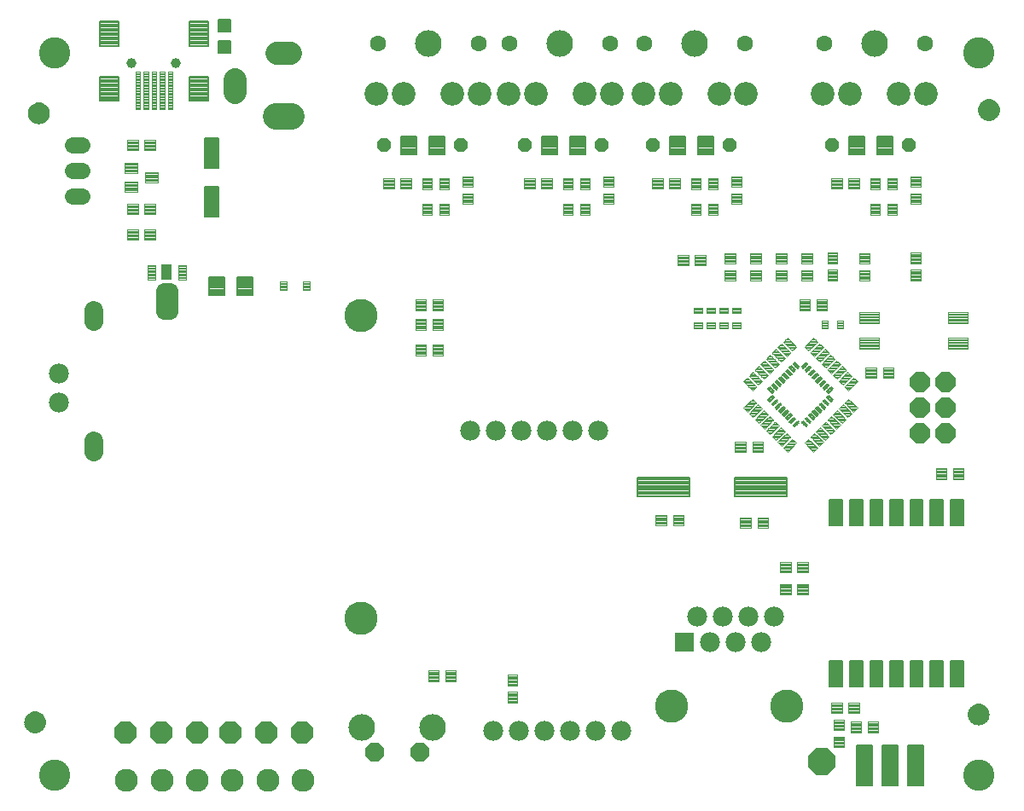
<source format=gts>
G75*
%MOIN*%
%OFA0B0*%
%FSLAX25Y25*%
%IPPOS*%
%LPD*%
%AMOC8*
5,1,8,0,0,1.08239X$1,22.5*
%
%ADD10C,0.10400*%
%ADD11C,0.09258*%
%ADD12C,0.06306*%
%ADD13C,0.00434*%
%ADD14OC8,0.05200*%
%ADD15C,0.07400*%
%ADD16C,0.03550*%
%ADD17C,0.12998*%
%ADD18C,0.12211*%
%ADD19C,0.00500*%
%ADD20C,0.07800*%
%ADD21C,0.00670*%
%ADD22C,0.00430*%
%ADD23C,0.06400*%
%ADD24C,0.00461*%
%ADD25C,0.00591*%
%ADD26OC8,0.07400*%
%ADD27C,0.00512*%
%ADD28C,0.00474*%
%ADD29C,0.00827*%
%ADD30C,0.03943*%
%ADD31C,0.00461*%
%ADD32C,0.06206*%
%ADD33R,0.04000X0.06000*%
%ADD34C,0.09000*%
%ADD35C,0.10400*%
%ADD36C,0.00800*%
%ADD37C,0.00468*%
%ADD38C,0.00791*%
%ADD39OC8,0.10400*%
%ADD40C,0.00640*%
%ADD41C,0.00540*%
%ADD42OC8,0.07800*%
%ADD43R,0.07800X0.07800*%
%ADD44C,0.09000*%
%ADD45OC8,0.08900*%
%ADD46C,0.00473*%
%ADD47C,0.00470*%
D10*
X0140700Y0112442D03*
X0168300Y0112442D03*
X0166587Y0379865D03*
X0218142Y0379865D03*
X0270760Y0379865D03*
X0340878Y0379865D03*
D11*
X0350327Y0360180D03*
X0360957Y0360180D03*
X0331429Y0360180D03*
X0320799Y0360180D03*
X0290839Y0360180D03*
X0280209Y0360180D03*
X0261311Y0360180D03*
X0250681Y0360180D03*
X0238220Y0360180D03*
X0227591Y0360180D03*
X0208693Y0360180D03*
X0198063Y0360180D03*
X0186665Y0360180D03*
X0176035Y0360180D03*
X0157138Y0360180D03*
X0146508Y0360180D03*
D12*
X0146902Y0379865D03*
X0186272Y0379865D03*
X0198457Y0379865D03*
X0237827Y0379865D03*
X0251075Y0379865D03*
X0290445Y0379865D03*
X0321193Y0379865D03*
X0360563Y0379865D03*
D13*
X0354852Y0327735D02*
X0354852Y0323833D01*
X0354852Y0327735D02*
X0359148Y0327735D01*
X0359148Y0323833D01*
X0354852Y0323833D01*
X0354852Y0324266D02*
X0359148Y0324266D01*
X0359148Y0324699D02*
X0354852Y0324699D01*
X0354852Y0325132D02*
X0359148Y0325132D01*
X0359148Y0325565D02*
X0354852Y0325565D01*
X0354852Y0325998D02*
X0359148Y0325998D01*
X0359148Y0326431D02*
X0354852Y0326431D01*
X0354852Y0326864D02*
X0359148Y0326864D01*
X0359148Y0327297D02*
X0354852Y0327297D01*
X0354852Y0327730D02*
X0359148Y0327730D01*
X0354852Y0321042D02*
X0354852Y0317140D01*
X0354852Y0321042D02*
X0359148Y0321042D01*
X0359148Y0317140D01*
X0354852Y0317140D01*
X0354852Y0317573D02*
X0359148Y0317573D01*
X0359148Y0318006D02*
X0354852Y0318006D01*
X0354852Y0318439D02*
X0359148Y0318439D01*
X0359148Y0318872D02*
X0354852Y0318872D01*
X0354852Y0319305D02*
X0359148Y0319305D01*
X0359148Y0319738D02*
X0354852Y0319738D01*
X0354852Y0320171D02*
X0359148Y0320171D01*
X0359148Y0320604D02*
X0354852Y0320604D01*
X0354852Y0321037D02*
X0359148Y0321037D01*
X0349797Y0327092D02*
X0345895Y0327092D01*
X0349797Y0327092D02*
X0349797Y0322796D01*
X0345895Y0322796D01*
X0345895Y0327092D01*
X0345895Y0323229D02*
X0349797Y0323229D01*
X0349797Y0323662D02*
X0345895Y0323662D01*
X0345895Y0324095D02*
X0349797Y0324095D01*
X0349797Y0324528D02*
X0345895Y0324528D01*
X0345895Y0324961D02*
X0349797Y0324961D01*
X0349797Y0325394D02*
X0345895Y0325394D01*
X0345895Y0325827D02*
X0349797Y0325827D01*
X0349797Y0326260D02*
X0345895Y0326260D01*
X0345895Y0326693D02*
X0349797Y0326693D01*
X0343105Y0327092D02*
X0339203Y0327092D01*
X0343105Y0327092D02*
X0343105Y0322796D01*
X0339203Y0322796D01*
X0339203Y0327092D01*
X0339203Y0323229D02*
X0343105Y0323229D01*
X0343105Y0323662D02*
X0339203Y0323662D01*
X0339203Y0324095D02*
X0343105Y0324095D01*
X0343105Y0324528D02*
X0339203Y0324528D01*
X0339203Y0324961D02*
X0343105Y0324961D01*
X0343105Y0325394D02*
X0339203Y0325394D01*
X0339203Y0325827D02*
X0343105Y0325827D01*
X0343105Y0326260D02*
X0339203Y0326260D01*
X0339203Y0326693D02*
X0343105Y0326693D01*
X0334994Y0322993D02*
X0330698Y0322993D01*
X0330698Y0326895D01*
X0334994Y0326895D01*
X0334994Y0322993D01*
X0334994Y0323426D02*
X0330698Y0323426D01*
X0330698Y0323859D02*
X0334994Y0323859D01*
X0334994Y0324292D02*
X0330698Y0324292D01*
X0330698Y0324725D02*
X0334994Y0324725D01*
X0334994Y0325158D02*
X0330698Y0325158D01*
X0330698Y0325591D02*
X0334994Y0325591D01*
X0334994Y0326024D02*
X0330698Y0326024D01*
X0330698Y0326457D02*
X0334994Y0326457D01*
X0334994Y0326890D02*
X0330698Y0326890D01*
X0328302Y0322993D02*
X0324006Y0322993D01*
X0324006Y0326895D01*
X0328302Y0326895D01*
X0328302Y0322993D01*
X0328302Y0323426D02*
X0324006Y0323426D01*
X0324006Y0323859D02*
X0328302Y0323859D01*
X0328302Y0324292D02*
X0324006Y0324292D01*
X0324006Y0324725D02*
X0328302Y0324725D01*
X0328302Y0325158D02*
X0324006Y0325158D01*
X0324006Y0325591D02*
X0328302Y0325591D01*
X0328302Y0326024D02*
X0324006Y0326024D01*
X0324006Y0326457D02*
X0328302Y0326457D01*
X0328302Y0326890D02*
X0324006Y0326890D01*
X0339203Y0317092D02*
X0343105Y0317092D01*
X0343105Y0312796D01*
X0339203Y0312796D01*
X0339203Y0317092D01*
X0339203Y0313229D02*
X0343105Y0313229D01*
X0343105Y0313662D02*
X0339203Y0313662D01*
X0339203Y0314095D02*
X0343105Y0314095D01*
X0343105Y0314528D02*
X0339203Y0314528D01*
X0339203Y0314961D02*
X0343105Y0314961D01*
X0343105Y0315394D02*
X0339203Y0315394D01*
X0339203Y0315827D02*
X0343105Y0315827D01*
X0343105Y0316260D02*
X0339203Y0316260D01*
X0339203Y0316693D02*
X0343105Y0316693D01*
X0345895Y0317092D02*
X0349797Y0317092D01*
X0349797Y0312796D01*
X0345895Y0312796D01*
X0345895Y0317092D01*
X0345895Y0313229D02*
X0349797Y0313229D01*
X0349797Y0313662D02*
X0345895Y0313662D01*
X0345895Y0314095D02*
X0349797Y0314095D01*
X0349797Y0314528D02*
X0345895Y0314528D01*
X0345895Y0314961D02*
X0349797Y0314961D01*
X0349797Y0315394D02*
X0345895Y0315394D01*
X0345895Y0315827D02*
X0349797Y0315827D01*
X0349797Y0316260D02*
X0345895Y0316260D01*
X0345895Y0316693D02*
X0349797Y0316693D01*
X0358951Y0297932D02*
X0358951Y0293636D01*
X0355049Y0293636D01*
X0355049Y0297932D01*
X0358951Y0297932D01*
X0358951Y0294069D02*
X0355049Y0294069D01*
X0355049Y0294502D02*
X0358951Y0294502D01*
X0358951Y0294935D02*
X0355049Y0294935D01*
X0355049Y0295368D02*
X0358951Y0295368D01*
X0358951Y0295801D02*
X0355049Y0295801D01*
X0355049Y0296234D02*
X0358951Y0296234D01*
X0358951Y0296667D02*
X0355049Y0296667D01*
X0355049Y0297100D02*
X0358951Y0297100D01*
X0358951Y0297533D02*
X0355049Y0297533D01*
X0358951Y0291239D02*
X0358951Y0286943D01*
X0355049Y0286943D01*
X0355049Y0291239D01*
X0358951Y0291239D01*
X0358951Y0287376D02*
X0355049Y0287376D01*
X0355049Y0287809D02*
X0358951Y0287809D01*
X0358951Y0288242D02*
X0355049Y0288242D01*
X0355049Y0288675D02*
X0358951Y0288675D01*
X0358951Y0289108D02*
X0355049Y0289108D01*
X0355049Y0289541D02*
X0358951Y0289541D01*
X0358951Y0289974D02*
X0355049Y0289974D01*
X0355049Y0290407D02*
X0358951Y0290407D01*
X0358951Y0290840D02*
X0355049Y0290840D01*
X0339148Y0291042D02*
X0339148Y0287140D01*
X0334852Y0287140D01*
X0334852Y0291042D01*
X0339148Y0291042D01*
X0339148Y0287573D02*
X0334852Y0287573D01*
X0334852Y0288006D02*
X0339148Y0288006D01*
X0339148Y0288439D02*
X0334852Y0288439D01*
X0334852Y0288872D02*
X0339148Y0288872D01*
X0339148Y0289305D02*
X0334852Y0289305D01*
X0334852Y0289738D02*
X0339148Y0289738D01*
X0339148Y0290171D02*
X0334852Y0290171D01*
X0334852Y0290604D02*
X0339148Y0290604D01*
X0339148Y0291037D02*
X0334852Y0291037D01*
X0339148Y0293833D02*
X0339148Y0297735D01*
X0339148Y0293833D02*
X0334852Y0293833D01*
X0334852Y0297735D01*
X0339148Y0297735D01*
X0339148Y0294266D02*
X0334852Y0294266D01*
X0334852Y0294699D02*
X0339148Y0294699D01*
X0339148Y0295132D02*
X0334852Y0295132D01*
X0334852Y0295565D02*
X0339148Y0295565D01*
X0339148Y0295998D02*
X0334852Y0295998D01*
X0334852Y0296431D02*
X0339148Y0296431D01*
X0339148Y0296864D02*
X0334852Y0296864D01*
X0334852Y0297297D02*
X0339148Y0297297D01*
X0339148Y0297730D02*
X0334852Y0297730D01*
X0326451Y0297938D02*
X0326451Y0293642D01*
X0322549Y0293642D01*
X0322549Y0297938D01*
X0326451Y0297938D01*
X0326451Y0294075D02*
X0322549Y0294075D01*
X0322549Y0294508D02*
X0326451Y0294508D01*
X0326451Y0294941D02*
X0322549Y0294941D01*
X0322549Y0295374D02*
X0326451Y0295374D01*
X0326451Y0295807D02*
X0322549Y0295807D01*
X0322549Y0296240D02*
X0326451Y0296240D01*
X0326451Y0296673D02*
X0322549Y0296673D01*
X0322549Y0297106D02*
X0326451Y0297106D01*
X0326451Y0297539D02*
X0322549Y0297539D01*
X0312352Y0297741D02*
X0312352Y0293839D01*
X0312352Y0297741D02*
X0316648Y0297741D01*
X0316648Y0293839D01*
X0312352Y0293839D01*
X0312352Y0294272D02*
X0316648Y0294272D01*
X0316648Y0294705D02*
X0312352Y0294705D01*
X0312352Y0295138D02*
X0316648Y0295138D01*
X0316648Y0295571D02*
X0312352Y0295571D01*
X0312352Y0296004D02*
X0316648Y0296004D01*
X0316648Y0296437D02*
X0312352Y0296437D01*
X0312352Y0296870D02*
X0316648Y0296870D01*
X0316648Y0297303D02*
X0312352Y0297303D01*
X0312352Y0297736D02*
X0316648Y0297736D01*
X0312352Y0291049D02*
X0312352Y0287147D01*
X0312352Y0291049D02*
X0316648Y0291049D01*
X0316648Y0287147D01*
X0312352Y0287147D01*
X0312352Y0287580D02*
X0316648Y0287580D01*
X0316648Y0288013D02*
X0312352Y0288013D01*
X0312352Y0288446D02*
X0316648Y0288446D01*
X0316648Y0288879D02*
X0312352Y0288879D01*
X0312352Y0289312D02*
X0316648Y0289312D01*
X0316648Y0289745D02*
X0312352Y0289745D01*
X0312352Y0290178D02*
X0316648Y0290178D01*
X0316648Y0290611D02*
X0312352Y0290611D01*
X0312352Y0291044D02*
X0316648Y0291044D01*
X0326451Y0291246D02*
X0326451Y0286950D01*
X0322549Y0286950D01*
X0322549Y0291246D01*
X0326451Y0291246D01*
X0326451Y0287383D02*
X0322549Y0287383D01*
X0322549Y0287816D02*
X0326451Y0287816D01*
X0326451Y0288249D02*
X0322549Y0288249D01*
X0322549Y0288682D02*
X0326451Y0288682D01*
X0326451Y0289115D02*
X0322549Y0289115D01*
X0322549Y0289548D02*
X0326451Y0289548D01*
X0326451Y0289981D02*
X0322549Y0289981D01*
X0322549Y0290414D02*
X0326451Y0290414D01*
X0326451Y0290847D02*
X0322549Y0290847D01*
X0322291Y0279586D02*
X0318389Y0279586D01*
X0322291Y0279586D02*
X0322291Y0275290D01*
X0318389Y0275290D01*
X0318389Y0279586D01*
X0318389Y0275723D02*
X0322291Y0275723D01*
X0322291Y0276156D02*
X0318389Y0276156D01*
X0318389Y0276589D02*
X0322291Y0276589D01*
X0322291Y0277022D02*
X0318389Y0277022D01*
X0318389Y0277455D02*
X0322291Y0277455D01*
X0322291Y0277888D02*
X0318389Y0277888D01*
X0318389Y0278321D02*
X0322291Y0278321D01*
X0322291Y0278754D02*
X0318389Y0278754D01*
X0318389Y0279187D02*
X0322291Y0279187D01*
X0315598Y0279586D02*
X0311696Y0279586D01*
X0315598Y0279586D02*
X0315598Y0275290D01*
X0311696Y0275290D01*
X0311696Y0279586D01*
X0311696Y0275723D02*
X0315598Y0275723D01*
X0315598Y0276156D02*
X0311696Y0276156D01*
X0311696Y0276589D02*
X0315598Y0276589D01*
X0315598Y0277022D02*
X0311696Y0277022D01*
X0311696Y0277455D02*
X0315598Y0277455D01*
X0315598Y0277888D02*
X0311696Y0277888D01*
X0311696Y0278321D02*
X0315598Y0278321D01*
X0315598Y0278754D02*
X0311696Y0278754D01*
X0311696Y0279187D02*
X0315598Y0279187D01*
X0306648Y0287147D02*
X0306648Y0291049D01*
X0306648Y0287147D02*
X0302352Y0287147D01*
X0302352Y0291049D01*
X0306648Y0291049D01*
X0306648Y0287580D02*
X0302352Y0287580D01*
X0302352Y0288013D02*
X0306648Y0288013D01*
X0306648Y0288446D02*
X0302352Y0288446D01*
X0302352Y0288879D02*
X0306648Y0288879D01*
X0306648Y0289312D02*
X0302352Y0289312D01*
X0302352Y0289745D02*
X0306648Y0289745D01*
X0306648Y0290178D02*
X0302352Y0290178D01*
X0302352Y0290611D02*
X0306648Y0290611D01*
X0306648Y0291044D02*
X0302352Y0291044D01*
X0306648Y0293839D02*
X0306648Y0297741D01*
X0306648Y0293839D02*
X0302352Y0293839D01*
X0302352Y0297741D01*
X0306648Y0297741D01*
X0306648Y0294272D02*
X0302352Y0294272D01*
X0302352Y0294705D02*
X0306648Y0294705D01*
X0306648Y0295138D02*
X0302352Y0295138D01*
X0302352Y0295571D02*
X0306648Y0295571D01*
X0306648Y0296004D02*
X0302352Y0296004D01*
X0302352Y0296437D02*
X0306648Y0296437D01*
X0306648Y0296870D02*
X0302352Y0296870D01*
X0302352Y0297303D02*
X0306648Y0297303D01*
X0306648Y0297736D02*
X0302352Y0297736D01*
X0296648Y0297741D02*
X0296648Y0293839D01*
X0292352Y0293839D01*
X0292352Y0297741D01*
X0296648Y0297741D01*
X0296648Y0294272D02*
X0292352Y0294272D01*
X0292352Y0294705D02*
X0296648Y0294705D01*
X0296648Y0295138D02*
X0292352Y0295138D01*
X0292352Y0295571D02*
X0296648Y0295571D01*
X0296648Y0296004D02*
X0292352Y0296004D01*
X0292352Y0296437D02*
X0296648Y0296437D01*
X0296648Y0296870D02*
X0292352Y0296870D01*
X0292352Y0297303D02*
X0296648Y0297303D01*
X0296648Y0297736D02*
X0292352Y0297736D01*
X0282352Y0297741D02*
X0282352Y0293839D01*
X0282352Y0297741D02*
X0286648Y0297741D01*
X0286648Y0293839D01*
X0282352Y0293839D01*
X0282352Y0294272D02*
X0286648Y0294272D01*
X0286648Y0294705D02*
X0282352Y0294705D01*
X0282352Y0295138D02*
X0286648Y0295138D01*
X0286648Y0295571D02*
X0282352Y0295571D01*
X0282352Y0296004D02*
X0286648Y0296004D01*
X0286648Y0296437D02*
X0282352Y0296437D01*
X0282352Y0296870D02*
X0286648Y0296870D01*
X0286648Y0297303D02*
X0282352Y0297303D01*
X0282352Y0297736D02*
X0286648Y0297736D01*
X0282352Y0291049D02*
X0282352Y0287147D01*
X0282352Y0291049D02*
X0286648Y0291049D01*
X0286648Y0287147D01*
X0282352Y0287147D01*
X0282352Y0287580D02*
X0286648Y0287580D01*
X0286648Y0288013D02*
X0282352Y0288013D01*
X0282352Y0288446D02*
X0286648Y0288446D01*
X0286648Y0288879D02*
X0282352Y0288879D01*
X0282352Y0289312D02*
X0286648Y0289312D01*
X0286648Y0289745D02*
X0282352Y0289745D01*
X0282352Y0290178D02*
X0286648Y0290178D01*
X0286648Y0290611D02*
X0282352Y0290611D01*
X0282352Y0291044D02*
X0286648Y0291044D01*
X0296648Y0291049D02*
X0296648Y0287147D01*
X0292352Y0287147D01*
X0292352Y0291049D01*
X0296648Y0291049D01*
X0296648Y0287580D02*
X0292352Y0287580D01*
X0292352Y0288013D02*
X0296648Y0288013D01*
X0296648Y0288446D02*
X0292352Y0288446D01*
X0292352Y0288879D02*
X0296648Y0288879D01*
X0296648Y0289312D02*
X0292352Y0289312D01*
X0292352Y0289745D02*
X0296648Y0289745D01*
X0296648Y0290178D02*
X0292352Y0290178D01*
X0292352Y0290611D02*
X0296648Y0290611D01*
X0296648Y0291044D02*
X0292352Y0291044D01*
X0274994Y0296895D02*
X0270698Y0296895D01*
X0274994Y0296895D02*
X0274994Y0292993D01*
X0270698Y0292993D01*
X0270698Y0296895D01*
X0270698Y0293426D02*
X0274994Y0293426D01*
X0274994Y0293859D02*
X0270698Y0293859D01*
X0270698Y0294292D02*
X0274994Y0294292D01*
X0274994Y0294725D02*
X0270698Y0294725D01*
X0270698Y0295158D02*
X0274994Y0295158D01*
X0274994Y0295591D02*
X0270698Y0295591D01*
X0270698Y0296024D02*
X0274994Y0296024D01*
X0274994Y0296457D02*
X0270698Y0296457D01*
X0270698Y0296890D02*
X0274994Y0296890D01*
X0268302Y0296895D02*
X0264006Y0296895D01*
X0268302Y0296895D02*
X0268302Y0292993D01*
X0264006Y0292993D01*
X0264006Y0296895D01*
X0264006Y0293426D02*
X0268302Y0293426D01*
X0268302Y0293859D02*
X0264006Y0293859D01*
X0264006Y0294292D02*
X0268302Y0294292D01*
X0268302Y0294725D02*
X0264006Y0294725D01*
X0264006Y0295158D02*
X0268302Y0295158D01*
X0268302Y0295591D02*
X0264006Y0295591D01*
X0264006Y0296024D02*
X0268302Y0296024D01*
X0268302Y0296457D02*
X0264006Y0296457D01*
X0264006Y0296890D02*
X0268302Y0296890D01*
X0269203Y0317092D02*
X0273105Y0317092D01*
X0273105Y0312796D01*
X0269203Y0312796D01*
X0269203Y0317092D01*
X0269203Y0313229D02*
X0273105Y0313229D01*
X0273105Y0313662D02*
X0269203Y0313662D01*
X0269203Y0314095D02*
X0273105Y0314095D01*
X0273105Y0314528D02*
X0269203Y0314528D01*
X0269203Y0314961D02*
X0273105Y0314961D01*
X0273105Y0315394D02*
X0269203Y0315394D01*
X0269203Y0315827D02*
X0273105Y0315827D01*
X0273105Y0316260D02*
X0269203Y0316260D01*
X0269203Y0316693D02*
X0273105Y0316693D01*
X0275895Y0317092D02*
X0279797Y0317092D01*
X0279797Y0312796D01*
X0275895Y0312796D01*
X0275895Y0317092D01*
X0275895Y0313229D02*
X0279797Y0313229D01*
X0279797Y0313662D02*
X0275895Y0313662D01*
X0275895Y0314095D02*
X0279797Y0314095D01*
X0279797Y0314528D02*
X0275895Y0314528D01*
X0275895Y0314961D02*
X0279797Y0314961D01*
X0279797Y0315394D02*
X0275895Y0315394D01*
X0275895Y0315827D02*
X0279797Y0315827D01*
X0279797Y0316260D02*
X0275895Y0316260D01*
X0275895Y0316693D02*
X0279797Y0316693D01*
X0279797Y0327092D02*
X0275895Y0327092D01*
X0279797Y0327092D02*
X0279797Y0322796D01*
X0275895Y0322796D01*
X0275895Y0327092D01*
X0275895Y0323229D02*
X0279797Y0323229D01*
X0279797Y0323662D02*
X0275895Y0323662D01*
X0275895Y0324095D02*
X0279797Y0324095D01*
X0279797Y0324528D02*
X0275895Y0324528D01*
X0275895Y0324961D02*
X0279797Y0324961D01*
X0279797Y0325394D02*
X0275895Y0325394D01*
X0275895Y0325827D02*
X0279797Y0325827D01*
X0279797Y0326260D02*
X0275895Y0326260D01*
X0275895Y0326693D02*
X0279797Y0326693D01*
X0273105Y0327092D02*
X0269203Y0327092D01*
X0273105Y0327092D02*
X0273105Y0322796D01*
X0269203Y0322796D01*
X0269203Y0327092D01*
X0269203Y0323229D02*
X0273105Y0323229D01*
X0273105Y0323662D02*
X0269203Y0323662D01*
X0269203Y0324095D02*
X0273105Y0324095D01*
X0273105Y0324528D02*
X0269203Y0324528D01*
X0269203Y0324961D02*
X0273105Y0324961D01*
X0273105Y0325394D02*
X0269203Y0325394D01*
X0269203Y0325827D02*
X0273105Y0325827D01*
X0273105Y0326260D02*
X0269203Y0326260D01*
X0269203Y0326693D02*
X0273105Y0326693D01*
X0264994Y0322993D02*
X0260698Y0322993D01*
X0260698Y0326895D01*
X0264994Y0326895D01*
X0264994Y0322993D01*
X0264994Y0323426D02*
X0260698Y0323426D01*
X0260698Y0323859D02*
X0264994Y0323859D01*
X0264994Y0324292D02*
X0260698Y0324292D01*
X0260698Y0324725D02*
X0264994Y0324725D01*
X0264994Y0325158D02*
X0260698Y0325158D01*
X0260698Y0325591D02*
X0264994Y0325591D01*
X0264994Y0326024D02*
X0260698Y0326024D01*
X0260698Y0326457D02*
X0264994Y0326457D01*
X0264994Y0326890D02*
X0260698Y0326890D01*
X0258302Y0322993D02*
X0254006Y0322993D01*
X0254006Y0326895D01*
X0258302Y0326895D01*
X0258302Y0322993D01*
X0258302Y0323426D02*
X0254006Y0323426D01*
X0254006Y0323859D02*
X0258302Y0323859D01*
X0258302Y0324292D02*
X0254006Y0324292D01*
X0254006Y0324725D02*
X0258302Y0324725D01*
X0258302Y0325158D02*
X0254006Y0325158D01*
X0254006Y0325591D02*
X0258302Y0325591D01*
X0258302Y0326024D02*
X0254006Y0326024D01*
X0254006Y0326457D02*
X0258302Y0326457D01*
X0258302Y0326890D02*
X0254006Y0326890D01*
X0234852Y0327735D02*
X0234852Y0323833D01*
X0234852Y0327735D02*
X0239148Y0327735D01*
X0239148Y0323833D01*
X0234852Y0323833D01*
X0234852Y0324266D02*
X0239148Y0324266D01*
X0239148Y0324699D02*
X0234852Y0324699D01*
X0234852Y0325132D02*
X0239148Y0325132D01*
X0239148Y0325565D02*
X0234852Y0325565D01*
X0234852Y0325998D02*
X0239148Y0325998D01*
X0239148Y0326431D02*
X0234852Y0326431D01*
X0234852Y0326864D02*
X0239148Y0326864D01*
X0239148Y0327297D02*
X0234852Y0327297D01*
X0234852Y0327730D02*
X0239148Y0327730D01*
X0234852Y0321042D02*
X0234852Y0317140D01*
X0234852Y0321042D02*
X0239148Y0321042D01*
X0239148Y0317140D01*
X0234852Y0317140D01*
X0234852Y0317573D02*
X0239148Y0317573D01*
X0239148Y0318006D02*
X0234852Y0318006D01*
X0234852Y0318439D02*
X0239148Y0318439D01*
X0239148Y0318872D02*
X0234852Y0318872D01*
X0234852Y0319305D02*
X0239148Y0319305D01*
X0239148Y0319738D02*
X0234852Y0319738D01*
X0234852Y0320171D02*
X0239148Y0320171D01*
X0239148Y0320604D02*
X0234852Y0320604D01*
X0234852Y0321037D02*
X0239148Y0321037D01*
X0229797Y0327092D02*
X0225895Y0327092D01*
X0229797Y0327092D02*
X0229797Y0322796D01*
X0225895Y0322796D01*
X0225895Y0327092D01*
X0225895Y0323229D02*
X0229797Y0323229D01*
X0229797Y0323662D02*
X0225895Y0323662D01*
X0225895Y0324095D02*
X0229797Y0324095D01*
X0229797Y0324528D02*
X0225895Y0324528D01*
X0225895Y0324961D02*
X0229797Y0324961D01*
X0229797Y0325394D02*
X0225895Y0325394D01*
X0225895Y0325827D02*
X0229797Y0325827D01*
X0229797Y0326260D02*
X0225895Y0326260D01*
X0225895Y0326693D02*
X0229797Y0326693D01*
X0223105Y0327092D02*
X0219203Y0327092D01*
X0223105Y0327092D02*
X0223105Y0322796D01*
X0219203Y0322796D01*
X0219203Y0327092D01*
X0219203Y0323229D02*
X0223105Y0323229D01*
X0223105Y0323662D02*
X0219203Y0323662D01*
X0219203Y0324095D02*
X0223105Y0324095D01*
X0223105Y0324528D02*
X0219203Y0324528D01*
X0219203Y0324961D02*
X0223105Y0324961D01*
X0223105Y0325394D02*
X0219203Y0325394D01*
X0219203Y0325827D02*
X0223105Y0325827D01*
X0223105Y0326260D02*
X0219203Y0326260D01*
X0219203Y0326693D02*
X0223105Y0326693D01*
X0214994Y0322993D02*
X0210698Y0322993D01*
X0210698Y0326895D01*
X0214994Y0326895D01*
X0214994Y0322993D01*
X0214994Y0323426D02*
X0210698Y0323426D01*
X0210698Y0323859D02*
X0214994Y0323859D01*
X0214994Y0324292D02*
X0210698Y0324292D01*
X0210698Y0324725D02*
X0214994Y0324725D01*
X0214994Y0325158D02*
X0210698Y0325158D01*
X0210698Y0325591D02*
X0214994Y0325591D01*
X0214994Y0326024D02*
X0210698Y0326024D01*
X0210698Y0326457D02*
X0214994Y0326457D01*
X0214994Y0326890D02*
X0210698Y0326890D01*
X0208302Y0322993D02*
X0204006Y0322993D01*
X0204006Y0326895D01*
X0208302Y0326895D01*
X0208302Y0322993D01*
X0208302Y0323426D02*
X0204006Y0323426D01*
X0204006Y0323859D02*
X0208302Y0323859D01*
X0208302Y0324292D02*
X0204006Y0324292D01*
X0204006Y0324725D02*
X0208302Y0324725D01*
X0208302Y0325158D02*
X0204006Y0325158D01*
X0204006Y0325591D02*
X0208302Y0325591D01*
X0208302Y0326024D02*
X0204006Y0326024D01*
X0204006Y0326457D02*
X0208302Y0326457D01*
X0208302Y0326890D02*
X0204006Y0326890D01*
X0219203Y0317092D02*
X0223105Y0317092D01*
X0223105Y0312796D01*
X0219203Y0312796D01*
X0219203Y0317092D01*
X0219203Y0313229D02*
X0223105Y0313229D01*
X0223105Y0313662D02*
X0219203Y0313662D01*
X0219203Y0314095D02*
X0223105Y0314095D01*
X0223105Y0314528D02*
X0219203Y0314528D01*
X0219203Y0314961D02*
X0223105Y0314961D01*
X0223105Y0315394D02*
X0219203Y0315394D01*
X0219203Y0315827D02*
X0223105Y0315827D01*
X0223105Y0316260D02*
X0219203Y0316260D01*
X0219203Y0316693D02*
X0223105Y0316693D01*
X0225895Y0317092D02*
X0229797Y0317092D01*
X0229797Y0312796D01*
X0225895Y0312796D01*
X0225895Y0317092D01*
X0225895Y0313229D02*
X0229797Y0313229D01*
X0229797Y0313662D02*
X0225895Y0313662D01*
X0225895Y0314095D02*
X0229797Y0314095D01*
X0229797Y0314528D02*
X0225895Y0314528D01*
X0225895Y0314961D02*
X0229797Y0314961D01*
X0229797Y0315394D02*
X0225895Y0315394D01*
X0225895Y0315827D02*
X0229797Y0315827D01*
X0229797Y0316260D02*
X0225895Y0316260D01*
X0225895Y0316693D02*
X0229797Y0316693D01*
X0179852Y0317140D02*
X0179852Y0321042D01*
X0184148Y0321042D01*
X0184148Y0317140D01*
X0179852Y0317140D01*
X0179852Y0317573D02*
X0184148Y0317573D01*
X0184148Y0318006D02*
X0179852Y0318006D01*
X0179852Y0318439D02*
X0184148Y0318439D01*
X0184148Y0318872D02*
X0179852Y0318872D01*
X0179852Y0319305D02*
X0184148Y0319305D01*
X0184148Y0319738D02*
X0179852Y0319738D01*
X0179852Y0320171D02*
X0184148Y0320171D01*
X0184148Y0320604D02*
X0179852Y0320604D01*
X0179852Y0321037D02*
X0184148Y0321037D01*
X0179852Y0323833D02*
X0179852Y0327735D01*
X0184148Y0327735D01*
X0184148Y0323833D01*
X0179852Y0323833D01*
X0179852Y0324266D02*
X0184148Y0324266D01*
X0184148Y0324699D02*
X0179852Y0324699D01*
X0179852Y0325132D02*
X0184148Y0325132D01*
X0184148Y0325565D02*
X0179852Y0325565D01*
X0179852Y0325998D02*
X0184148Y0325998D01*
X0184148Y0326431D02*
X0179852Y0326431D01*
X0179852Y0326864D02*
X0184148Y0326864D01*
X0184148Y0327297D02*
X0179852Y0327297D01*
X0179852Y0327730D02*
X0184148Y0327730D01*
X0174797Y0327092D02*
X0170895Y0327092D01*
X0174797Y0327092D02*
X0174797Y0322796D01*
X0170895Y0322796D01*
X0170895Y0327092D01*
X0170895Y0323229D02*
X0174797Y0323229D01*
X0174797Y0323662D02*
X0170895Y0323662D01*
X0170895Y0324095D02*
X0174797Y0324095D01*
X0174797Y0324528D02*
X0170895Y0324528D01*
X0170895Y0324961D02*
X0174797Y0324961D01*
X0174797Y0325394D02*
X0170895Y0325394D01*
X0170895Y0325827D02*
X0174797Y0325827D01*
X0174797Y0326260D02*
X0170895Y0326260D01*
X0170895Y0326693D02*
X0174797Y0326693D01*
X0168105Y0327092D02*
X0164203Y0327092D01*
X0168105Y0327092D02*
X0168105Y0322796D01*
X0164203Y0322796D01*
X0164203Y0327092D01*
X0164203Y0323229D02*
X0168105Y0323229D01*
X0168105Y0323662D02*
X0164203Y0323662D01*
X0164203Y0324095D02*
X0168105Y0324095D01*
X0168105Y0324528D02*
X0164203Y0324528D01*
X0164203Y0324961D02*
X0168105Y0324961D01*
X0168105Y0325394D02*
X0164203Y0325394D01*
X0164203Y0325827D02*
X0168105Y0325827D01*
X0168105Y0326260D02*
X0164203Y0326260D01*
X0164203Y0326693D02*
X0168105Y0326693D01*
X0159994Y0322993D02*
X0155698Y0322993D01*
X0155698Y0326895D01*
X0159994Y0326895D01*
X0159994Y0322993D01*
X0159994Y0323426D02*
X0155698Y0323426D01*
X0155698Y0323859D02*
X0159994Y0323859D01*
X0159994Y0324292D02*
X0155698Y0324292D01*
X0155698Y0324725D02*
X0159994Y0324725D01*
X0159994Y0325158D02*
X0155698Y0325158D01*
X0155698Y0325591D02*
X0159994Y0325591D01*
X0159994Y0326024D02*
X0155698Y0326024D01*
X0155698Y0326457D02*
X0159994Y0326457D01*
X0159994Y0326890D02*
X0155698Y0326890D01*
X0153302Y0322993D02*
X0149006Y0322993D01*
X0149006Y0326895D01*
X0153302Y0326895D01*
X0153302Y0322993D01*
X0153302Y0323426D02*
X0149006Y0323426D01*
X0149006Y0323859D02*
X0153302Y0323859D01*
X0153302Y0324292D02*
X0149006Y0324292D01*
X0149006Y0324725D02*
X0153302Y0324725D01*
X0153302Y0325158D02*
X0149006Y0325158D01*
X0149006Y0325591D02*
X0153302Y0325591D01*
X0153302Y0326024D02*
X0149006Y0326024D01*
X0149006Y0326457D02*
X0153302Y0326457D01*
X0153302Y0326890D02*
X0149006Y0326890D01*
X0164203Y0317092D02*
X0168105Y0317092D01*
X0168105Y0312796D01*
X0164203Y0312796D01*
X0164203Y0317092D01*
X0164203Y0313229D02*
X0168105Y0313229D01*
X0168105Y0313662D02*
X0164203Y0313662D01*
X0164203Y0314095D02*
X0168105Y0314095D01*
X0168105Y0314528D02*
X0164203Y0314528D01*
X0164203Y0314961D02*
X0168105Y0314961D01*
X0168105Y0315394D02*
X0164203Y0315394D01*
X0164203Y0315827D02*
X0168105Y0315827D01*
X0168105Y0316260D02*
X0164203Y0316260D01*
X0164203Y0316693D02*
X0168105Y0316693D01*
X0170895Y0317092D02*
X0174797Y0317092D01*
X0174797Y0312796D01*
X0170895Y0312796D01*
X0170895Y0317092D01*
X0170895Y0313229D02*
X0174797Y0313229D01*
X0174797Y0313662D02*
X0170895Y0313662D01*
X0170895Y0314095D02*
X0174797Y0314095D01*
X0174797Y0314528D02*
X0170895Y0314528D01*
X0170895Y0314961D02*
X0174797Y0314961D01*
X0174797Y0315394D02*
X0170895Y0315394D01*
X0170895Y0315827D02*
X0174797Y0315827D01*
X0174797Y0316260D02*
X0170895Y0316260D01*
X0170895Y0316693D02*
X0174797Y0316693D01*
X0172297Y0275290D02*
X0168395Y0275290D01*
X0168395Y0279586D01*
X0172297Y0279586D01*
X0172297Y0275290D01*
X0172297Y0275723D02*
X0168395Y0275723D01*
X0168395Y0276156D02*
X0172297Y0276156D01*
X0172297Y0276589D02*
X0168395Y0276589D01*
X0168395Y0277022D02*
X0172297Y0277022D01*
X0172297Y0277455D02*
X0168395Y0277455D01*
X0168395Y0277888D02*
X0172297Y0277888D01*
X0172297Y0278321D02*
X0168395Y0278321D01*
X0168395Y0278754D02*
X0172297Y0278754D01*
X0172297Y0279187D02*
X0168395Y0279187D01*
X0165605Y0275290D02*
X0161703Y0275290D01*
X0161703Y0279586D01*
X0165605Y0279586D01*
X0165605Y0275290D01*
X0165605Y0275723D02*
X0161703Y0275723D01*
X0161703Y0276156D02*
X0165605Y0276156D01*
X0165605Y0276589D02*
X0161703Y0276589D01*
X0161703Y0277022D02*
X0165605Y0277022D01*
X0165605Y0277455D02*
X0161703Y0277455D01*
X0161703Y0277888D02*
X0165605Y0277888D01*
X0165605Y0278321D02*
X0161703Y0278321D01*
X0161703Y0278754D02*
X0165605Y0278754D01*
X0165605Y0279187D02*
X0161703Y0279187D01*
X0161703Y0272086D02*
X0165605Y0272086D01*
X0165605Y0267790D01*
X0161703Y0267790D01*
X0161703Y0272086D01*
X0161703Y0268223D02*
X0165605Y0268223D01*
X0165605Y0268656D02*
X0161703Y0268656D01*
X0161703Y0269089D02*
X0165605Y0269089D01*
X0165605Y0269522D02*
X0161703Y0269522D01*
X0161703Y0269955D02*
X0165605Y0269955D01*
X0165605Y0270388D02*
X0161703Y0270388D01*
X0161703Y0270821D02*
X0165605Y0270821D01*
X0165605Y0271254D02*
X0161703Y0271254D01*
X0161703Y0271687D02*
X0165605Y0271687D01*
X0168395Y0272086D02*
X0172297Y0272086D01*
X0172297Y0267790D01*
X0168395Y0267790D01*
X0168395Y0272086D01*
X0168395Y0268223D02*
X0172297Y0268223D01*
X0172297Y0268656D02*
X0168395Y0268656D01*
X0168395Y0269089D02*
X0172297Y0269089D01*
X0172297Y0269522D02*
X0168395Y0269522D01*
X0168395Y0269955D02*
X0172297Y0269955D01*
X0172297Y0270388D02*
X0168395Y0270388D01*
X0168395Y0270821D02*
X0172297Y0270821D01*
X0172297Y0271254D02*
X0168395Y0271254D01*
X0168395Y0271687D02*
X0172297Y0271687D01*
X0172297Y0257790D02*
X0168395Y0257790D01*
X0168395Y0262086D01*
X0172297Y0262086D01*
X0172297Y0257790D01*
X0172297Y0258223D02*
X0168395Y0258223D01*
X0168395Y0258656D02*
X0172297Y0258656D01*
X0172297Y0259089D02*
X0168395Y0259089D01*
X0168395Y0259522D02*
X0172297Y0259522D01*
X0172297Y0259955D02*
X0168395Y0259955D01*
X0168395Y0260388D02*
X0172297Y0260388D01*
X0172297Y0260821D02*
X0168395Y0260821D01*
X0168395Y0261254D02*
X0172297Y0261254D01*
X0172297Y0261687D02*
X0168395Y0261687D01*
X0165605Y0257790D02*
X0161703Y0257790D01*
X0161703Y0262086D01*
X0165605Y0262086D01*
X0165605Y0257790D01*
X0165605Y0258223D02*
X0161703Y0258223D01*
X0161703Y0258656D02*
X0165605Y0258656D01*
X0165605Y0259089D02*
X0161703Y0259089D01*
X0161703Y0259522D02*
X0165605Y0259522D01*
X0165605Y0259955D02*
X0161703Y0259955D01*
X0161703Y0260388D02*
X0165605Y0260388D01*
X0165605Y0260821D02*
X0161703Y0260821D01*
X0161703Y0261254D02*
X0165605Y0261254D01*
X0165605Y0261687D02*
X0161703Y0261687D01*
X0059994Y0306895D02*
X0055698Y0306895D01*
X0059994Y0306895D02*
X0059994Y0302993D01*
X0055698Y0302993D01*
X0055698Y0306895D01*
X0055698Y0303426D02*
X0059994Y0303426D01*
X0059994Y0303859D02*
X0055698Y0303859D01*
X0055698Y0304292D02*
X0059994Y0304292D01*
X0059994Y0304725D02*
X0055698Y0304725D01*
X0055698Y0305158D02*
X0059994Y0305158D01*
X0059994Y0305591D02*
X0055698Y0305591D01*
X0055698Y0306024D02*
X0059994Y0306024D01*
X0059994Y0306457D02*
X0055698Y0306457D01*
X0055698Y0306890D02*
X0059994Y0306890D01*
X0053302Y0306895D02*
X0049006Y0306895D01*
X0053302Y0306895D02*
X0053302Y0302993D01*
X0049006Y0302993D01*
X0049006Y0306895D01*
X0049006Y0303426D02*
X0053302Y0303426D01*
X0053302Y0303859D02*
X0049006Y0303859D01*
X0049006Y0304292D02*
X0053302Y0304292D01*
X0053302Y0304725D02*
X0049006Y0304725D01*
X0049006Y0305158D02*
X0053302Y0305158D01*
X0053302Y0305591D02*
X0049006Y0305591D01*
X0049006Y0306024D02*
X0053302Y0306024D01*
X0053302Y0306457D02*
X0049006Y0306457D01*
X0049006Y0306890D02*
X0053302Y0306890D01*
X0053302Y0316895D02*
X0049006Y0316895D01*
X0053302Y0316895D02*
X0053302Y0312993D01*
X0049006Y0312993D01*
X0049006Y0316895D01*
X0049006Y0313426D02*
X0053302Y0313426D01*
X0053302Y0313859D02*
X0049006Y0313859D01*
X0049006Y0314292D02*
X0053302Y0314292D01*
X0053302Y0314725D02*
X0049006Y0314725D01*
X0049006Y0315158D02*
X0053302Y0315158D01*
X0053302Y0315591D02*
X0049006Y0315591D01*
X0049006Y0316024D02*
X0053302Y0316024D01*
X0053302Y0316457D02*
X0049006Y0316457D01*
X0049006Y0316890D02*
X0053302Y0316890D01*
X0055698Y0316895D02*
X0059994Y0316895D01*
X0059994Y0312993D01*
X0055698Y0312993D01*
X0055698Y0316895D01*
X0055698Y0313426D02*
X0059994Y0313426D01*
X0059994Y0313859D02*
X0055698Y0313859D01*
X0055698Y0314292D02*
X0059994Y0314292D01*
X0059994Y0314725D02*
X0055698Y0314725D01*
X0055698Y0315158D02*
X0059994Y0315158D01*
X0059994Y0315591D02*
X0055698Y0315591D01*
X0055698Y0316024D02*
X0059994Y0316024D01*
X0059994Y0316457D02*
X0055698Y0316457D01*
X0055698Y0316890D02*
X0059994Y0316890D01*
X0059994Y0337993D02*
X0055698Y0337993D01*
X0055698Y0341895D01*
X0059994Y0341895D01*
X0059994Y0337993D01*
X0059994Y0338426D02*
X0055698Y0338426D01*
X0055698Y0338859D02*
X0059994Y0338859D01*
X0059994Y0339292D02*
X0055698Y0339292D01*
X0055698Y0339725D02*
X0059994Y0339725D01*
X0059994Y0340158D02*
X0055698Y0340158D01*
X0055698Y0340591D02*
X0059994Y0340591D01*
X0059994Y0341024D02*
X0055698Y0341024D01*
X0055698Y0341457D02*
X0059994Y0341457D01*
X0059994Y0341890D02*
X0055698Y0341890D01*
X0053302Y0337993D02*
X0049006Y0337993D01*
X0049006Y0341895D01*
X0053302Y0341895D01*
X0053302Y0337993D01*
X0053302Y0338426D02*
X0049006Y0338426D01*
X0049006Y0338859D02*
X0053302Y0338859D01*
X0053302Y0339292D02*
X0049006Y0339292D01*
X0049006Y0339725D02*
X0053302Y0339725D01*
X0053302Y0340158D02*
X0049006Y0340158D01*
X0049006Y0340591D02*
X0053302Y0340591D01*
X0053302Y0341024D02*
X0049006Y0341024D01*
X0049006Y0341457D02*
X0053302Y0341457D01*
X0053302Y0341890D02*
X0049006Y0341890D01*
X0255506Y0191487D02*
X0259802Y0191487D01*
X0255506Y0191487D02*
X0255506Y0195389D01*
X0259802Y0195389D01*
X0259802Y0191487D01*
X0259802Y0191920D02*
X0255506Y0191920D01*
X0255506Y0192353D02*
X0259802Y0192353D01*
X0259802Y0192786D02*
X0255506Y0192786D01*
X0255506Y0193219D02*
X0259802Y0193219D01*
X0259802Y0193652D02*
X0255506Y0193652D01*
X0255506Y0194085D02*
X0259802Y0194085D01*
X0259802Y0194518D02*
X0255506Y0194518D01*
X0255506Y0194951D02*
X0259802Y0194951D01*
X0259802Y0195384D02*
X0255506Y0195384D01*
X0262198Y0191487D02*
X0266494Y0191487D01*
X0262198Y0191487D02*
X0262198Y0195389D01*
X0266494Y0195389D01*
X0266494Y0191487D01*
X0266494Y0191920D02*
X0262198Y0191920D01*
X0262198Y0192353D02*
X0266494Y0192353D01*
X0266494Y0192786D02*
X0262198Y0192786D01*
X0262198Y0193219D02*
X0266494Y0193219D01*
X0266494Y0193652D02*
X0262198Y0193652D01*
X0262198Y0194085D02*
X0266494Y0194085D01*
X0266494Y0194518D02*
X0262198Y0194518D01*
X0262198Y0194951D02*
X0266494Y0194951D01*
X0266494Y0195384D02*
X0262198Y0195384D01*
X0288506Y0194389D02*
X0292802Y0194389D01*
X0292802Y0190487D01*
X0288506Y0190487D01*
X0288506Y0194389D01*
X0288506Y0190920D02*
X0292802Y0190920D01*
X0292802Y0191353D02*
X0288506Y0191353D01*
X0288506Y0191786D02*
X0292802Y0191786D01*
X0292802Y0192219D02*
X0288506Y0192219D01*
X0288506Y0192652D02*
X0292802Y0192652D01*
X0292802Y0193085D02*
X0288506Y0193085D01*
X0288506Y0193518D02*
X0292802Y0193518D01*
X0292802Y0193951D02*
X0288506Y0193951D01*
X0288506Y0194384D02*
X0292802Y0194384D01*
X0295198Y0194389D02*
X0299494Y0194389D01*
X0299494Y0190487D01*
X0295198Y0190487D01*
X0295198Y0194389D01*
X0295198Y0190920D02*
X0299494Y0190920D01*
X0299494Y0191353D02*
X0295198Y0191353D01*
X0295198Y0191786D02*
X0299494Y0191786D01*
X0299494Y0192219D02*
X0295198Y0192219D01*
X0295198Y0192652D02*
X0299494Y0192652D01*
X0299494Y0193085D02*
X0295198Y0193085D01*
X0295198Y0193518D02*
X0299494Y0193518D01*
X0299494Y0193951D02*
X0295198Y0193951D01*
X0295198Y0194384D02*
X0299494Y0194384D01*
X0304006Y0176889D02*
X0308302Y0176889D01*
X0308302Y0172987D01*
X0304006Y0172987D01*
X0304006Y0176889D01*
X0304006Y0173420D02*
X0308302Y0173420D01*
X0308302Y0173853D02*
X0304006Y0173853D01*
X0304006Y0174286D02*
X0308302Y0174286D01*
X0308302Y0174719D02*
X0304006Y0174719D01*
X0304006Y0175152D02*
X0308302Y0175152D01*
X0308302Y0175585D02*
X0304006Y0175585D01*
X0304006Y0176018D02*
X0308302Y0176018D01*
X0308302Y0176451D02*
X0304006Y0176451D01*
X0304006Y0176884D02*
X0308302Y0176884D01*
X0310698Y0176889D02*
X0314994Y0176889D01*
X0314994Y0172987D01*
X0310698Y0172987D01*
X0310698Y0176889D01*
X0310698Y0173420D02*
X0314994Y0173420D01*
X0314994Y0173853D02*
X0310698Y0173853D01*
X0310698Y0174286D02*
X0314994Y0174286D01*
X0314994Y0174719D02*
X0310698Y0174719D01*
X0310698Y0175152D02*
X0314994Y0175152D01*
X0314994Y0175585D02*
X0310698Y0175585D01*
X0310698Y0176018D02*
X0314994Y0176018D01*
X0314994Y0176451D02*
X0310698Y0176451D01*
X0310698Y0176884D02*
X0314994Y0176884D01*
X0314916Y0168208D02*
X0310620Y0168208D01*
X0314916Y0168208D02*
X0314916Y0164306D01*
X0310620Y0164306D01*
X0310620Y0168208D01*
X0310620Y0164739D02*
X0314916Y0164739D01*
X0314916Y0165172D02*
X0310620Y0165172D01*
X0310620Y0165605D02*
X0314916Y0165605D01*
X0314916Y0166038D02*
X0310620Y0166038D01*
X0310620Y0166471D02*
X0314916Y0166471D01*
X0314916Y0166904D02*
X0310620Y0166904D01*
X0310620Y0167337D02*
X0314916Y0167337D01*
X0314916Y0167770D02*
X0310620Y0167770D01*
X0310620Y0168203D02*
X0314916Y0168203D01*
X0308223Y0168208D02*
X0303927Y0168208D01*
X0308223Y0168208D02*
X0308223Y0164306D01*
X0303927Y0164306D01*
X0303927Y0168208D01*
X0303927Y0164739D02*
X0308223Y0164739D01*
X0308223Y0165172D02*
X0303927Y0165172D01*
X0303927Y0165605D02*
X0308223Y0165605D01*
X0308223Y0166038D02*
X0303927Y0166038D01*
X0303927Y0166471D02*
X0308223Y0166471D01*
X0308223Y0166904D02*
X0303927Y0166904D01*
X0303927Y0167337D02*
X0308223Y0167337D01*
X0308223Y0167770D02*
X0303927Y0167770D01*
X0303927Y0168203D02*
X0308223Y0168203D01*
X0365147Y0213641D02*
X0369049Y0213641D01*
X0369049Y0209345D01*
X0365147Y0209345D01*
X0365147Y0213641D01*
X0365147Y0209778D02*
X0369049Y0209778D01*
X0369049Y0210211D02*
X0365147Y0210211D01*
X0365147Y0210644D02*
X0369049Y0210644D01*
X0369049Y0211077D02*
X0365147Y0211077D01*
X0365147Y0211510D02*
X0369049Y0211510D01*
X0369049Y0211943D02*
X0365147Y0211943D01*
X0365147Y0212376D02*
X0369049Y0212376D01*
X0369049Y0212809D02*
X0365147Y0212809D01*
X0365147Y0213242D02*
X0369049Y0213242D01*
X0371840Y0213641D02*
X0375742Y0213641D01*
X0375742Y0209345D01*
X0371840Y0209345D01*
X0371840Y0213641D01*
X0371840Y0209778D02*
X0375742Y0209778D01*
X0375742Y0210211D02*
X0371840Y0210211D01*
X0371840Y0210644D02*
X0375742Y0210644D01*
X0375742Y0211077D02*
X0371840Y0211077D01*
X0371840Y0211510D02*
X0375742Y0211510D01*
X0375742Y0211943D02*
X0371840Y0211943D01*
X0371840Y0212376D02*
X0375742Y0212376D01*
X0375742Y0212809D02*
X0371840Y0212809D01*
X0371840Y0213242D02*
X0375742Y0213242D01*
X0348494Y0248987D02*
X0344198Y0248987D01*
X0344198Y0252889D01*
X0348494Y0252889D01*
X0348494Y0248987D01*
X0348494Y0249420D02*
X0344198Y0249420D01*
X0344198Y0249853D02*
X0348494Y0249853D01*
X0348494Y0250286D02*
X0344198Y0250286D01*
X0344198Y0250719D02*
X0348494Y0250719D01*
X0348494Y0251152D02*
X0344198Y0251152D01*
X0344198Y0251585D02*
X0348494Y0251585D01*
X0348494Y0252018D02*
X0344198Y0252018D01*
X0344198Y0252451D02*
X0348494Y0252451D01*
X0348494Y0252884D02*
X0344198Y0252884D01*
X0341802Y0248987D02*
X0337506Y0248987D01*
X0337506Y0252889D01*
X0341802Y0252889D01*
X0341802Y0248987D01*
X0341802Y0249420D02*
X0337506Y0249420D01*
X0337506Y0249853D02*
X0341802Y0249853D01*
X0341802Y0250286D02*
X0337506Y0250286D01*
X0337506Y0250719D02*
X0341802Y0250719D01*
X0341802Y0251152D02*
X0337506Y0251152D01*
X0337506Y0251585D02*
X0341802Y0251585D01*
X0341802Y0252018D02*
X0337506Y0252018D01*
X0337506Y0252451D02*
X0341802Y0252451D01*
X0341802Y0252884D02*
X0337506Y0252884D01*
X0297494Y0223889D02*
X0293198Y0223889D01*
X0297494Y0223889D02*
X0297494Y0219987D01*
X0293198Y0219987D01*
X0293198Y0223889D01*
X0293198Y0220420D02*
X0297494Y0220420D01*
X0297494Y0220853D02*
X0293198Y0220853D01*
X0293198Y0221286D02*
X0297494Y0221286D01*
X0297494Y0221719D02*
X0293198Y0221719D01*
X0293198Y0222152D02*
X0297494Y0222152D01*
X0297494Y0222585D02*
X0293198Y0222585D01*
X0293198Y0223018D02*
X0297494Y0223018D01*
X0297494Y0223451D02*
X0293198Y0223451D01*
X0293198Y0223884D02*
X0297494Y0223884D01*
X0290802Y0223889D02*
X0286506Y0223889D01*
X0290802Y0223889D02*
X0290802Y0219987D01*
X0286506Y0219987D01*
X0286506Y0223889D01*
X0286506Y0220420D02*
X0290802Y0220420D01*
X0290802Y0220853D02*
X0286506Y0220853D01*
X0286506Y0221286D02*
X0290802Y0221286D01*
X0290802Y0221719D02*
X0286506Y0221719D01*
X0286506Y0222152D02*
X0290802Y0222152D01*
X0290802Y0222585D02*
X0286506Y0222585D01*
X0286506Y0223018D02*
X0290802Y0223018D01*
X0290802Y0223451D02*
X0286506Y0223451D01*
X0286506Y0223884D02*
X0290802Y0223884D01*
X0177297Y0130290D02*
X0173395Y0130290D01*
X0173395Y0134586D01*
X0177297Y0134586D01*
X0177297Y0130290D01*
X0177297Y0130723D02*
X0173395Y0130723D01*
X0173395Y0131156D02*
X0177297Y0131156D01*
X0177297Y0131589D02*
X0173395Y0131589D01*
X0173395Y0132022D02*
X0177297Y0132022D01*
X0177297Y0132455D02*
X0173395Y0132455D01*
X0173395Y0132888D02*
X0177297Y0132888D01*
X0177297Y0133321D02*
X0173395Y0133321D01*
X0173395Y0133754D02*
X0177297Y0133754D01*
X0177297Y0134187D02*
X0173395Y0134187D01*
X0170605Y0130290D02*
X0166703Y0130290D01*
X0166703Y0134586D01*
X0170605Y0134586D01*
X0170605Y0130290D01*
X0170605Y0130723D02*
X0166703Y0130723D01*
X0166703Y0131156D02*
X0170605Y0131156D01*
X0170605Y0131589D02*
X0166703Y0131589D01*
X0166703Y0132022D02*
X0170605Y0132022D01*
X0170605Y0132455D02*
X0166703Y0132455D01*
X0166703Y0132888D02*
X0170605Y0132888D01*
X0170605Y0133321D02*
X0166703Y0133321D01*
X0166703Y0133754D02*
X0170605Y0133754D01*
X0170605Y0134187D02*
X0166703Y0134187D01*
X0197549Y0132932D02*
X0197549Y0128636D01*
X0197549Y0132932D02*
X0201451Y0132932D01*
X0201451Y0128636D01*
X0197549Y0128636D01*
X0197549Y0129069D02*
X0201451Y0129069D01*
X0201451Y0129502D02*
X0197549Y0129502D01*
X0197549Y0129935D02*
X0201451Y0129935D01*
X0201451Y0130368D02*
X0197549Y0130368D01*
X0197549Y0130801D02*
X0201451Y0130801D01*
X0201451Y0131234D02*
X0197549Y0131234D01*
X0197549Y0131667D02*
X0201451Y0131667D01*
X0201451Y0132100D02*
X0197549Y0132100D01*
X0197549Y0132533D02*
X0201451Y0132533D01*
X0197549Y0126239D02*
X0197549Y0121943D01*
X0197549Y0126239D02*
X0201451Y0126239D01*
X0201451Y0121943D01*
X0197549Y0121943D01*
X0197549Y0122376D02*
X0201451Y0122376D01*
X0201451Y0122809D02*
X0197549Y0122809D01*
X0197549Y0123242D02*
X0201451Y0123242D01*
X0201451Y0123675D02*
X0197549Y0123675D01*
X0197549Y0124108D02*
X0201451Y0124108D01*
X0201451Y0124541D02*
X0197549Y0124541D01*
X0197549Y0124974D02*
X0201451Y0124974D01*
X0201451Y0125407D02*
X0197549Y0125407D01*
X0197549Y0125840D02*
X0201451Y0125840D01*
X0324006Y0117987D02*
X0328302Y0117987D01*
X0324006Y0117987D02*
X0324006Y0121889D01*
X0328302Y0121889D01*
X0328302Y0117987D01*
X0328302Y0118420D02*
X0324006Y0118420D01*
X0324006Y0118853D02*
X0328302Y0118853D01*
X0328302Y0119286D02*
X0324006Y0119286D01*
X0324006Y0119719D02*
X0328302Y0119719D01*
X0328302Y0120152D02*
X0324006Y0120152D01*
X0324006Y0120585D02*
X0328302Y0120585D01*
X0328302Y0121018D02*
X0324006Y0121018D01*
X0324006Y0121451D02*
X0328302Y0121451D01*
X0328302Y0121884D02*
X0324006Y0121884D01*
X0330698Y0117987D02*
X0334994Y0117987D01*
X0330698Y0117987D02*
X0330698Y0121889D01*
X0334994Y0121889D01*
X0334994Y0117987D01*
X0334994Y0118420D02*
X0330698Y0118420D01*
X0330698Y0118853D02*
X0334994Y0118853D01*
X0334994Y0119286D02*
X0330698Y0119286D01*
X0330698Y0119719D02*
X0334994Y0119719D01*
X0334994Y0120152D02*
X0330698Y0120152D01*
X0330698Y0120585D02*
X0334994Y0120585D01*
X0334994Y0121018D02*
X0330698Y0121018D01*
X0330698Y0121451D02*
X0334994Y0121451D01*
X0334994Y0121884D02*
X0330698Y0121884D01*
X0324852Y0115235D02*
X0324852Y0111333D01*
X0324852Y0115235D02*
X0329148Y0115235D01*
X0329148Y0111333D01*
X0324852Y0111333D01*
X0324852Y0111766D02*
X0329148Y0111766D01*
X0329148Y0112199D02*
X0324852Y0112199D01*
X0324852Y0112632D02*
X0329148Y0112632D01*
X0329148Y0113065D02*
X0324852Y0113065D01*
X0324852Y0113498D02*
X0329148Y0113498D01*
X0329148Y0113931D02*
X0324852Y0113931D01*
X0324852Y0114364D02*
X0329148Y0114364D01*
X0329148Y0114797D02*
X0324852Y0114797D01*
X0324852Y0115230D02*
X0329148Y0115230D01*
X0331703Y0110290D02*
X0335605Y0110290D01*
X0331703Y0110290D02*
X0331703Y0114586D01*
X0335605Y0114586D01*
X0335605Y0110290D01*
X0335605Y0110723D02*
X0331703Y0110723D01*
X0331703Y0111156D02*
X0335605Y0111156D01*
X0335605Y0111589D02*
X0331703Y0111589D01*
X0331703Y0112022D02*
X0335605Y0112022D01*
X0335605Y0112455D02*
X0331703Y0112455D01*
X0331703Y0112888D02*
X0335605Y0112888D01*
X0335605Y0113321D02*
X0331703Y0113321D01*
X0331703Y0113754D02*
X0335605Y0113754D01*
X0335605Y0114187D02*
X0331703Y0114187D01*
X0338395Y0110290D02*
X0342297Y0110290D01*
X0338395Y0110290D02*
X0338395Y0114586D01*
X0342297Y0114586D01*
X0342297Y0110290D01*
X0342297Y0110723D02*
X0338395Y0110723D01*
X0338395Y0111156D02*
X0342297Y0111156D01*
X0342297Y0111589D02*
X0338395Y0111589D01*
X0338395Y0112022D02*
X0342297Y0112022D01*
X0342297Y0112455D02*
X0338395Y0112455D01*
X0338395Y0112888D02*
X0342297Y0112888D01*
X0342297Y0113321D02*
X0338395Y0113321D01*
X0338395Y0113754D02*
X0342297Y0113754D01*
X0342297Y0114187D02*
X0338395Y0114187D01*
X0324852Y0108542D02*
X0324852Y0104640D01*
X0324852Y0108542D02*
X0329148Y0108542D01*
X0329148Y0104640D01*
X0324852Y0104640D01*
X0324852Y0105073D02*
X0329148Y0105073D01*
X0329148Y0105506D02*
X0324852Y0105506D01*
X0324852Y0105939D02*
X0329148Y0105939D01*
X0329148Y0106372D02*
X0324852Y0106372D01*
X0324852Y0106805D02*
X0329148Y0106805D01*
X0329148Y0107238D02*
X0324852Y0107238D01*
X0324852Y0107671D02*
X0329148Y0107671D01*
X0329148Y0108104D02*
X0324852Y0108104D01*
X0324852Y0108537D02*
X0329148Y0108537D01*
X0284852Y0317140D02*
X0284852Y0321042D01*
X0289148Y0321042D01*
X0289148Y0317140D01*
X0284852Y0317140D01*
X0284852Y0317573D02*
X0289148Y0317573D01*
X0289148Y0318006D02*
X0284852Y0318006D01*
X0284852Y0318439D02*
X0289148Y0318439D01*
X0289148Y0318872D02*
X0284852Y0318872D01*
X0284852Y0319305D02*
X0289148Y0319305D01*
X0289148Y0319738D02*
X0284852Y0319738D01*
X0284852Y0320171D02*
X0289148Y0320171D01*
X0289148Y0320604D02*
X0284852Y0320604D01*
X0284852Y0321037D02*
X0289148Y0321037D01*
X0284852Y0323833D02*
X0284852Y0327735D01*
X0289148Y0327735D01*
X0289148Y0323833D01*
X0284852Y0323833D01*
X0284852Y0324266D02*
X0289148Y0324266D01*
X0289148Y0324699D02*
X0284852Y0324699D01*
X0284852Y0325132D02*
X0289148Y0325132D01*
X0289148Y0325565D02*
X0284852Y0325565D01*
X0284852Y0325998D02*
X0289148Y0325998D01*
X0289148Y0326431D02*
X0284852Y0326431D01*
X0284852Y0326864D02*
X0289148Y0326864D01*
X0289148Y0327297D02*
X0284852Y0327297D01*
X0284852Y0327730D02*
X0289148Y0327730D01*
D14*
X0284500Y0339944D03*
X0254500Y0339944D03*
X0234500Y0339944D03*
X0204500Y0339944D03*
X0179500Y0339944D03*
X0149500Y0339944D03*
X0324500Y0339944D03*
X0354500Y0339944D03*
D15*
X0036035Y0275390D02*
X0036035Y0271190D01*
X0036035Y0224209D02*
X0036035Y0220009D01*
D16*
X0036035Y0222109D03*
X0036035Y0273290D03*
D17*
X0140366Y0273290D03*
X0140366Y0155180D03*
X0261528Y0120745D03*
X0306528Y0120745D03*
D18*
X0020642Y0093605D03*
X0381665Y0093605D03*
X0381665Y0375889D03*
X0020642Y0375889D03*
D19*
X0015184Y0356315D02*
X0014500Y0356375D01*
X0013816Y0356315D01*
X0013153Y0356137D01*
X0012531Y0355847D01*
X0011969Y0355454D01*
X0011484Y0354968D01*
X0011090Y0354406D01*
X0010800Y0353784D01*
X0010623Y0353121D01*
X0010563Y0352438D01*
X0010623Y0351754D01*
X0010800Y0351091D01*
X0011090Y0350469D01*
X0011484Y0349907D01*
X0011969Y0349422D01*
X0012531Y0349028D01*
X0013153Y0348738D01*
X0013816Y0348560D01*
X0014500Y0348501D01*
X0015184Y0348560D01*
X0015847Y0348738D01*
X0016469Y0349028D01*
X0017031Y0349422D01*
X0017516Y0349907D01*
X0017910Y0350469D01*
X0018200Y0351091D01*
X0018377Y0351754D01*
X0018437Y0352438D01*
X0018377Y0353121D01*
X0018200Y0353784D01*
X0017910Y0354406D01*
X0017516Y0354968D01*
X0017031Y0355454D01*
X0016469Y0355847D01*
X0015847Y0356137D01*
X0015184Y0356315D01*
X0015915Y0356105D02*
X0013085Y0356105D01*
X0012188Y0355607D02*
X0016812Y0355607D01*
X0017376Y0355108D02*
X0011624Y0355108D01*
X0011233Y0354610D02*
X0017767Y0354610D01*
X0018047Y0354111D02*
X0010953Y0354111D01*
X0010755Y0353613D02*
X0018245Y0353613D01*
X0018378Y0353114D02*
X0010622Y0353114D01*
X0010579Y0352616D02*
X0018421Y0352616D01*
X0018409Y0352117D02*
X0010591Y0352117D01*
X0010659Y0351619D02*
X0018341Y0351619D01*
X0018207Y0351120D02*
X0010793Y0351120D01*
X0011019Y0350622D02*
X0017981Y0350622D01*
X0017667Y0350123D02*
X0011333Y0350123D01*
X0011766Y0349625D02*
X0017234Y0349625D01*
X0016609Y0349126D02*
X0012391Y0349126D01*
X0013565Y0348628D02*
X0015435Y0348628D01*
X0013059Y0118314D02*
X0012375Y0118254D01*
X0011713Y0118077D01*
X0011091Y0117787D01*
X0010528Y0117393D01*
X0010043Y0116908D01*
X0009650Y0116346D01*
X0009359Y0115724D01*
X0009182Y0115061D01*
X0009122Y0114377D01*
X0009182Y0113693D01*
X0009359Y0113030D01*
X0009650Y0112409D01*
X0010043Y0111846D01*
X0010528Y0111361D01*
X0011091Y0110967D01*
X0011713Y0110677D01*
X0012375Y0110500D01*
X0013059Y0110440D01*
X0013743Y0110500D01*
X0014406Y0110677D01*
X0015028Y0110967D01*
X0015590Y0111361D01*
X0016075Y0111846D01*
X0016469Y0112409D01*
X0016759Y0113030D01*
X0016936Y0113693D01*
X0016996Y0114377D01*
X0016936Y0115061D01*
X0016759Y0115724D01*
X0016469Y0116346D01*
X0016075Y0116908D01*
X0015590Y0117393D01*
X0015028Y0117787D01*
X0014406Y0118077D01*
X0013743Y0118254D01*
X0013059Y0118314D01*
X0011156Y0117817D02*
X0014962Y0117817D01*
X0015664Y0117319D02*
X0010454Y0117319D01*
X0009982Y0116820D02*
X0016136Y0116820D01*
X0016480Y0116322D02*
X0009638Y0116322D01*
X0009406Y0115823D02*
X0016712Y0115823D01*
X0016866Y0115325D02*
X0009253Y0115325D01*
X0009161Y0114826D02*
X0016957Y0114826D01*
X0016992Y0114327D02*
X0009126Y0114327D01*
X0009170Y0113829D02*
X0016948Y0113829D01*
X0016839Y0113330D02*
X0009279Y0113330D01*
X0009452Y0112832D02*
X0016666Y0112832D01*
X0016416Y0112333D02*
X0009702Y0112333D01*
X0010055Y0111835D02*
X0016064Y0111835D01*
X0015554Y0111336D02*
X0010564Y0111336D01*
X0011368Y0110838D02*
X0014750Y0110838D01*
X0377689Y0117438D02*
X0377749Y0116754D01*
X0377926Y0116091D01*
X0378216Y0115469D01*
X0378610Y0114907D01*
X0379095Y0114422D01*
X0379657Y0114028D01*
X0380279Y0113738D01*
X0380942Y0113560D01*
X0381626Y0113501D01*
X0382310Y0113560D01*
X0382973Y0113738D01*
X0383594Y0114028D01*
X0384157Y0114422D01*
X0384642Y0114907D01*
X0385036Y0115469D01*
X0385326Y0116091D01*
X0385503Y0116754D01*
X0385563Y0117438D01*
X0385503Y0118121D01*
X0385326Y0118784D01*
X0385036Y0119406D01*
X0384642Y0119968D01*
X0384157Y0120454D01*
X0383594Y0120847D01*
X0382973Y0121137D01*
X0382310Y0121315D01*
X0381626Y0121375D01*
X0380942Y0121315D01*
X0380279Y0121137D01*
X0379657Y0120847D01*
X0379095Y0120454D01*
X0378610Y0119968D01*
X0378216Y0119406D01*
X0377926Y0118784D01*
X0377749Y0118121D01*
X0377689Y0117438D01*
X0377699Y0117319D02*
X0385553Y0117319D01*
X0385530Y0117817D02*
X0377722Y0117817D01*
X0377801Y0118316D02*
X0385451Y0118316D01*
X0385312Y0118814D02*
X0377940Y0118814D01*
X0378173Y0119313D02*
X0385079Y0119313D01*
X0384752Y0119811D02*
X0378500Y0119811D01*
X0378951Y0120310D02*
X0384301Y0120310D01*
X0383650Y0120808D02*
X0379602Y0120808D01*
X0380912Y0121307D02*
X0382340Y0121307D01*
X0385509Y0116820D02*
X0377743Y0116820D01*
X0377865Y0116322D02*
X0385387Y0116322D01*
X0385201Y0115823D02*
X0378051Y0115823D01*
X0378318Y0115325D02*
X0384934Y0115325D01*
X0384561Y0114826D02*
X0378691Y0114826D01*
X0379230Y0114327D02*
X0384022Y0114327D01*
X0383167Y0113829D02*
X0380084Y0113829D01*
X0385642Y0349786D02*
X0386325Y0349846D01*
X0386988Y0350024D01*
X0387610Y0350314D01*
X0388172Y0350708D01*
X0388658Y0351193D01*
X0389051Y0351755D01*
X0389341Y0352377D01*
X0389519Y0353040D01*
X0389579Y0353723D01*
X0389519Y0354407D01*
X0389341Y0355070D01*
X0389051Y0355692D01*
X0388658Y0356254D01*
X0388172Y0356739D01*
X0387610Y0357133D01*
X0386988Y0357423D01*
X0386325Y0357601D01*
X0385642Y0357660D01*
X0384958Y0357601D01*
X0384295Y0357423D01*
X0383673Y0357133D01*
X0383111Y0356739D01*
X0382626Y0356254D01*
X0382232Y0355692D01*
X0381942Y0355070D01*
X0381765Y0354407D01*
X0381705Y0353723D01*
X0381765Y0353040D01*
X0381942Y0352377D01*
X0382232Y0351755D01*
X0382626Y0351193D01*
X0383111Y0350708D01*
X0383673Y0350314D01*
X0384295Y0350024D01*
X0384958Y0349846D01*
X0385642Y0349786D01*
X0384082Y0350123D02*
X0387202Y0350123D01*
X0388050Y0350622D02*
X0383233Y0350622D01*
X0382698Y0351120D02*
X0388585Y0351120D01*
X0388956Y0351619D02*
X0382327Y0351619D01*
X0382063Y0352117D02*
X0389220Y0352117D01*
X0389405Y0352616D02*
X0381878Y0352616D01*
X0381758Y0353114D02*
X0389525Y0353114D01*
X0389569Y0353613D02*
X0381714Y0353613D01*
X0381739Y0354111D02*
X0389545Y0354111D01*
X0389465Y0354610D02*
X0381819Y0354610D01*
X0381960Y0355108D02*
X0389323Y0355108D01*
X0389091Y0355607D02*
X0382193Y0355607D01*
X0382522Y0356105D02*
X0388762Y0356105D01*
X0388308Y0356604D02*
X0382976Y0356604D01*
X0383630Y0357103D02*
X0387654Y0357103D01*
X0386321Y0357601D02*
X0384962Y0357601D01*
D20*
X0233130Y0228505D03*
X0223130Y0228505D03*
X0213130Y0228505D03*
X0203130Y0228505D03*
X0193130Y0228505D03*
X0183130Y0228505D03*
X0271528Y0155745D03*
X0281528Y0155745D03*
X0291528Y0155745D03*
X0301528Y0155745D03*
X0296528Y0145745D03*
X0286528Y0145745D03*
X0276528Y0145745D03*
X0241980Y0111204D03*
X0231980Y0111204D03*
X0221980Y0111204D03*
X0211980Y0111204D03*
X0201980Y0111204D03*
X0191980Y0111204D03*
X0022500Y0239244D03*
X0022500Y0250644D03*
D21*
X0080888Y0288358D02*
X0086916Y0288358D01*
X0086916Y0281530D01*
X0080888Y0281530D01*
X0080888Y0288358D01*
X0080888Y0282199D02*
X0086916Y0282199D01*
X0086916Y0282868D02*
X0080888Y0282868D01*
X0080888Y0283537D02*
X0086916Y0283537D01*
X0086916Y0284206D02*
X0080888Y0284206D01*
X0080888Y0284875D02*
X0086916Y0284875D01*
X0086916Y0285544D02*
X0080888Y0285544D01*
X0080888Y0286213D02*
X0086916Y0286213D01*
X0086916Y0286882D02*
X0080888Y0286882D01*
X0080888Y0287551D02*
X0086916Y0287551D01*
X0086916Y0288220D02*
X0080888Y0288220D01*
X0092084Y0288358D02*
X0098112Y0288358D01*
X0098112Y0281530D01*
X0092084Y0281530D01*
X0092084Y0288358D01*
X0092084Y0282199D02*
X0098112Y0282199D01*
X0098112Y0282868D02*
X0092084Y0282868D01*
X0092084Y0283537D02*
X0098112Y0283537D01*
X0098112Y0284206D02*
X0092084Y0284206D01*
X0092084Y0284875D02*
X0098112Y0284875D01*
X0098112Y0285544D02*
X0092084Y0285544D01*
X0092084Y0286213D02*
X0098112Y0286213D01*
X0098112Y0286882D02*
X0092084Y0286882D01*
X0092084Y0287551D02*
X0098112Y0287551D01*
X0098112Y0288220D02*
X0092084Y0288220D01*
X0155888Y0336530D02*
X0161916Y0336530D01*
X0155888Y0336530D02*
X0155888Y0343358D01*
X0161916Y0343358D01*
X0161916Y0336530D01*
X0161916Y0337199D02*
X0155888Y0337199D01*
X0155888Y0337868D02*
X0161916Y0337868D01*
X0161916Y0338537D02*
X0155888Y0338537D01*
X0155888Y0339206D02*
X0161916Y0339206D01*
X0161916Y0339875D02*
X0155888Y0339875D01*
X0155888Y0340544D02*
X0161916Y0340544D01*
X0161916Y0341213D02*
X0155888Y0341213D01*
X0155888Y0341882D02*
X0161916Y0341882D01*
X0161916Y0342551D02*
X0155888Y0342551D01*
X0155888Y0343220D02*
X0161916Y0343220D01*
X0167084Y0336530D02*
X0173112Y0336530D01*
X0167084Y0336530D02*
X0167084Y0343358D01*
X0173112Y0343358D01*
X0173112Y0336530D01*
X0173112Y0337199D02*
X0167084Y0337199D01*
X0167084Y0337868D02*
X0173112Y0337868D01*
X0173112Y0338537D02*
X0167084Y0338537D01*
X0167084Y0339206D02*
X0173112Y0339206D01*
X0173112Y0339875D02*
X0167084Y0339875D01*
X0167084Y0340544D02*
X0173112Y0340544D01*
X0173112Y0341213D02*
X0167084Y0341213D01*
X0167084Y0341882D02*
X0173112Y0341882D01*
X0173112Y0342551D02*
X0167084Y0342551D01*
X0167084Y0343220D02*
X0173112Y0343220D01*
X0210888Y0336530D02*
X0216916Y0336530D01*
X0210888Y0336530D02*
X0210888Y0343358D01*
X0216916Y0343358D01*
X0216916Y0336530D01*
X0216916Y0337199D02*
X0210888Y0337199D01*
X0210888Y0337868D02*
X0216916Y0337868D01*
X0216916Y0338537D02*
X0210888Y0338537D01*
X0210888Y0339206D02*
X0216916Y0339206D01*
X0216916Y0339875D02*
X0210888Y0339875D01*
X0210888Y0340544D02*
X0216916Y0340544D01*
X0216916Y0341213D02*
X0210888Y0341213D01*
X0210888Y0341882D02*
X0216916Y0341882D01*
X0216916Y0342551D02*
X0210888Y0342551D01*
X0210888Y0343220D02*
X0216916Y0343220D01*
X0222084Y0336530D02*
X0228112Y0336530D01*
X0222084Y0336530D02*
X0222084Y0343358D01*
X0228112Y0343358D01*
X0228112Y0336530D01*
X0228112Y0337199D02*
X0222084Y0337199D01*
X0222084Y0337868D02*
X0228112Y0337868D01*
X0228112Y0338537D02*
X0222084Y0338537D01*
X0222084Y0339206D02*
X0228112Y0339206D01*
X0228112Y0339875D02*
X0222084Y0339875D01*
X0222084Y0340544D02*
X0228112Y0340544D01*
X0228112Y0341213D02*
X0222084Y0341213D01*
X0222084Y0341882D02*
X0228112Y0341882D01*
X0228112Y0342551D02*
X0222084Y0342551D01*
X0222084Y0343220D02*
X0228112Y0343220D01*
X0260888Y0336530D02*
X0266916Y0336530D01*
X0260888Y0336530D02*
X0260888Y0343358D01*
X0266916Y0343358D01*
X0266916Y0336530D01*
X0266916Y0337199D02*
X0260888Y0337199D01*
X0260888Y0337868D02*
X0266916Y0337868D01*
X0266916Y0338537D02*
X0260888Y0338537D01*
X0260888Y0339206D02*
X0266916Y0339206D01*
X0266916Y0339875D02*
X0260888Y0339875D01*
X0260888Y0340544D02*
X0266916Y0340544D01*
X0266916Y0341213D02*
X0260888Y0341213D01*
X0260888Y0341882D02*
X0266916Y0341882D01*
X0266916Y0342551D02*
X0260888Y0342551D01*
X0260888Y0343220D02*
X0266916Y0343220D01*
X0272084Y0336530D02*
X0278112Y0336530D01*
X0272084Y0336530D02*
X0272084Y0343358D01*
X0278112Y0343358D01*
X0278112Y0336530D01*
X0278112Y0337199D02*
X0272084Y0337199D01*
X0272084Y0337868D02*
X0278112Y0337868D01*
X0278112Y0338537D02*
X0272084Y0338537D01*
X0272084Y0339206D02*
X0278112Y0339206D01*
X0278112Y0339875D02*
X0272084Y0339875D01*
X0272084Y0340544D02*
X0278112Y0340544D01*
X0278112Y0341213D02*
X0272084Y0341213D01*
X0272084Y0341882D02*
X0278112Y0341882D01*
X0278112Y0342551D02*
X0272084Y0342551D01*
X0272084Y0343220D02*
X0278112Y0343220D01*
X0330888Y0336530D02*
X0336916Y0336530D01*
X0330888Y0336530D02*
X0330888Y0343358D01*
X0336916Y0343358D01*
X0336916Y0336530D01*
X0336916Y0337199D02*
X0330888Y0337199D01*
X0330888Y0337868D02*
X0336916Y0337868D01*
X0336916Y0338537D02*
X0330888Y0338537D01*
X0330888Y0339206D02*
X0336916Y0339206D01*
X0336916Y0339875D02*
X0330888Y0339875D01*
X0330888Y0340544D02*
X0336916Y0340544D01*
X0336916Y0341213D02*
X0330888Y0341213D01*
X0330888Y0341882D02*
X0336916Y0341882D01*
X0336916Y0342551D02*
X0330888Y0342551D01*
X0330888Y0343220D02*
X0336916Y0343220D01*
X0342084Y0336530D02*
X0348112Y0336530D01*
X0342084Y0336530D02*
X0342084Y0343358D01*
X0348112Y0343358D01*
X0348112Y0336530D01*
X0348112Y0337199D02*
X0342084Y0337199D01*
X0342084Y0337868D02*
X0348112Y0337868D01*
X0348112Y0338537D02*
X0342084Y0338537D01*
X0342084Y0339206D02*
X0348112Y0339206D01*
X0348112Y0339875D02*
X0342084Y0339875D01*
X0342084Y0340544D02*
X0348112Y0340544D01*
X0348112Y0341213D02*
X0342084Y0341213D01*
X0342084Y0341882D02*
X0348112Y0341882D01*
X0348112Y0342551D02*
X0342084Y0342551D01*
X0342084Y0343220D02*
X0348112Y0343220D01*
D22*
X0055915Y0329373D02*
X0055915Y0325503D01*
X0055915Y0329373D02*
X0061085Y0329373D01*
X0061085Y0325503D01*
X0055915Y0325503D01*
X0055915Y0325932D02*
X0061085Y0325932D01*
X0061085Y0326361D02*
X0055915Y0326361D01*
X0055915Y0326790D02*
X0061085Y0326790D01*
X0061085Y0327219D02*
X0055915Y0327219D01*
X0055915Y0327648D02*
X0061085Y0327648D01*
X0061085Y0328077D02*
X0055915Y0328077D01*
X0055915Y0328506D02*
X0061085Y0328506D01*
X0061085Y0328935D02*
X0055915Y0328935D01*
X0055915Y0329364D02*
X0061085Y0329364D01*
X0047915Y0329203D02*
X0047915Y0333073D01*
X0053085Y0333073D01*
X0053085Y0329203D01*
X0047915Y0329203D01*
X0047915Y0329632D02*
X0053085Y0329632D01*
X0053085Y0330061D02*
X0047915Y0330061D01*
X0047915Y0330490D02*
X0053085Y0330490D01*
X0053085Y0330919D02*
X0047915Y0330919D01*
X0047915Y0331348D02*
X0053085Y0331348D01*
X0053085Y0331777D02*
X0047915Y0331777D01*
X0047915Y0332206D02*
X0053085Y0332206D01*
X0053085Y0332635D02*
X0047915Y0332635D01*
X0047915Y0333064D02*
X0053085Y0333064D01*
X0047915Y0325673D02*
X0047915Y0321803D01*
X0047915Y0325673D02*
X0053085Y0325673D01*
X0053085Y0321803D01*
X0047915Y0321803D01*
X0047915Y0322232D02*
X0053085Y0322232D01*
X0053085Y0322661D02*
X0047915Y0322661D01*
X0047915Y0323090D02*
X0053085Y0323090D01*
X0053085Y0323519D02*
X0047915Y0323519D01*
X0047915Y0323948D02*
X0053085Y0323948D01*
X0053085Y0324377D02*
X0047915Y0324377D01*
X0047915Y0324806D02*
X0053085Y0324806D01*
X0053085Y0325235D02*
X0047915Y0325235D01*
X0047915Y0325664D02*
X0053085Y0325664D01*
D23*
X0031300Y0329944D02*
X0027700Y0329944D01*
X0027700Y0339944D02*
X0031300Y0339944D01*
X0031300Y0319944D02*
X0027700Y0319944D01*
D24*
X0108762Y0283340D02*
X0111182Y0283340D01*
X0108762Y0283340D02*
X0108762Y0286548D01*
X0111182Y0286548D01*
X0111182Y0283340D01*
X0111182Y0283800D02*
X0108762Y0283800D01*
X0108762Y0284260D02*
X0111182Y0284260D01*
X0111182Y0284720D02*
X0108762Y0284720D01*
X0108762Y0285180D02*
X0111182Y0285180D01*
X0111182Y0285640D02*
X0108762Y0285640D01*
X0108762Y0286100D02*
X0111182Y0286100D01*
X0117818Y0283340D02*
X0120238Y0283340D01*
X0117818Y0283340D02*
X0117818Y0286548D01*
X0120238Y0286548D01*
X0120238Y0283340D01*
X0120238Y0283800D02*
X0117818Y0283800D01*
X0117818Y0284260D02*
X0120238Y0284260D01*
X0120238Y0284720D02*
X0117818Y0284720D01*
X0117818Y0285180D02*
X0120238Y0285180D01*
X0120238Y0285640D02*
X0117818Y0285640D01*
X0117818Y0286100D02*
X0120238Y0286100D01*
D25*
X0079333Y0312179D02*
X0079333Y0323799D01*
X0084655Y0323799D01*
X0084655Y0312179D01*
X0079333Y0312179D01*
X0079333Y0312769D02*
X0084655Y0312769D01*
X0084655Y0313359D02*
X0079333Y0313359D01*
X0079333Y0313949D02*
X0084655Y0313949D01*
X0084655Y0314539D02*
X0079333Y0314539D01*
X0079333Y0315129D02*
X0084655Y0315129D01*
X0084655Y0315719D02*
X0079333Y0315719D01*
X0079333Y0316309D02*
X0084655Y0316309D01*
X0084655Y0316899D02*
X0079333Y0316899D01*
X0079333Y0317489D02*
X0084655Y0317489D01*
X0084655Y0318079D02*
X0079333Y0318079D01*
X0079333Y0318669D02*
X0084655Y0318669D01*
X0084655Y0319259D02*
X0079333Y0319259D01*
X0079333Y0319849D02*
X0084655Y0319849D01*
X0084655Y0320439D02*
X0079333Y0320439D01*
X0079333Y0321029D02*
X0084655Y0321029D01*
X0084655Y0321619D02*
X0079333Y0321619D01*
X0079333Y0322209D02*
X0084655Y0322209D01*
X0084655Y0322799D02*
X0079333Y0322799D01*
X0079333Y0323389D02*
X0084655Y0323389D01*
X0079333Y0331076D02*
X0079333Y0342696D01*
X0084655Y0342696D01*
X0084655Y0331076D01*
X0079333Y0331076D01*
X0079333Y0331666D02*
X0084655Y0331666D01*
X0084655Y0332256D02*
X0079333Y0332256D01*
X0079333Y0332846D02*
X0084655Y0332846D01*
X0084655Y0333436D02*
X0079333Y0333436D01*
X0079333Y0334026D02*
X0084655Y0334026D01*
X0084655Y0334616D02*
X0079333Y0334616D01*
X0079333Y0335206D02*
X0084655Y0335206D01*
X0084655Y0335796D02*
X0079333Y0335796D01*
X0079333Y0336386D02*
X0084655Y0336386D01*
X0084655Y0336976D02*
X0079333Y0336976D01*
X0079333Y0337566D02*
X0084655Y0337566D01*
X0084655Y0338156D02*
X0079333Y0338156D01*
X0079333Y0338746D02*
X0084655Y0338746D01*
X0084655Y0339336D02*
X0079333Y0339336D01*
X0079333Y0339926D02*
X0084655Y0339926D01*
X0084655Y0340516D02*
X0079333Y0340516D01*
X0079333Y0341106D02*
X0084655Y0341106D01*
X0084655Y0341696D02*
X0079333Y0341696D01*
X0079333Y0342286D02*
X0084655Y0342286D01*
D26*
X0145600Y0102642D03*
X0163400Y0102642D03*
D27*
X0089306Y0375998D02*
X0084694Y0375998D01*
X0084694Y0380610D01*
X0089306Y0380610D01*
X0089306Y0375998D01*
X0089306Y0376509D02*
X0084694Y0376509D01*
X0084694Y0377020D02*
X0089306Y0377020D01*
X0089306Y0377531D02*
X0084694Y0377531D01*
X0084694Y0378042D02*
X0089306Y0378042D01*
X0089306Y0378553D02*
X0084694Y0378553D01*
X0084694Y0379064D02*
X0089306Y0379064D01*
X0089306Y0379575D02*
X0084694Y0379575D01*
X0084694Y0380086D02*
X0089306Y0380086D01*
X0089306Y0380597D02*
X0084694Y0380597D01*
X0084694Y0384266D02*
X0089306Y0384266D01*
X0084694Y0384266D02*
X0084694Y0388878D01*
X0089306Y0388878D01*
X0089306Y0384266D01*
X0089306Y0384777D02*
X0084694Y0384777D01*
X0084694Y0385288D02*
X0089306Y0385288D01*
X0089306Y0385799D02*
X0084694Y0385799D01*
X0084694Y0386310D02*
X0089306Y0386310D01*
X0089306Y0386821D02*
X0084694Y0386821D01*
X0084694Y0387332D02*
X0089306Y0387332D01*
X0089306Y0387843D02*
X0084694Y0387843D01*
X0084694Y0388354D02*
X0089306Y0388354D01*
X0089306Y0388865D02*
X0084694Y0388865D01*
D28*
X0064852Y0368778D02*
X0064852Y0353892D01*
X0064852Y0368778D02*
X0066746Y0368778D01*
X0066746Y0353892D01*
X0064852Y0353892D01*
X0064852Y0354365D02*
X0066746Y0354365D01*
X0066746Y0354838D02*
X0064852Y0354838D01*
X0064852Y0355311D02*
X0066746Y0355311D01*
X0066746Y0355784D02*
X0064852Y0355784D01*
X0064852Y0356257D02*
X0066746Y0356257D01*
X0066746Y0356730D02*
X0064852Y0356730D01*
X0064852Y0357203D02*
X0066746Y0357203D01*
X0066746Y0357676D02*
X0064852Y0357676D01*
X0064852Y0358149D02*
X0066746Y0358149D01*
X0066746Y0358622D02*
X0064852Y0358622D01*
X0064852Y0359095D02*
X0066746Y0359095D01*
X0066746Y0359568D02*
X0064852Y0359568D01*
X0064852Y0360041D02*
X0066746Y0360041D01*
X0066746Y0360514D02*
X0064852Y0360514D01*
X0064852Y0360987D02*
X0066746Y0360987D01*
X0066746Y0361460D02*
X0064852Y0361460D01*
X0064852Y0361933D02*
X0066746Y0361933D01*
X0066746Y0362406D02*
X0064852Y0362406D01*
X0064852Y0362879D02*
X0066746Y0362879D01*
X0066746Y0363352D02*
X0064852Y0363352D01*
X0064852Y0363825D02*
X0066746Y0363825D01*
X0066746Y0364298D02*
X0064852Y0364298D01*
X0064852Y0364771D02*
X0066746Y0364771D01*
X0066746Y0365244D02*
X0064852Y0365244D01*
X0064852Y0365717D02*
X0066746Y0365717D01*
X0066746Y0366190D02*
X0064852Y0366190D01*
X0064852Y0366663D02*
X0066746Y0366663D01*
X0066746Y0367136D02*
X0064852Y0367136D01*
X0064852Y0367609D02*
X0066746Y0367609D01*
X0066746Y0368082D02*
X0064852Y0368082D01*
X0064852Y0368555D02*
X0066746Y0368555D01*
X0061703Y0368778D02*
X0061703Y0353892D01*
X0061703Y0368778D02*
X0063597Y0368778D01*
X0063597Y0353892D01*
X0061703Y0353892D01*
X0061703Y0354365D02*
X0063597Y0354365D01*
X0063597Y0354838D02*
X0061703Y0354838D01*
X0061703Y0355311D02*
X0063597Y0355311D01*
X0063597Y0355784D02*
X0061703Y0355784D01*
X0061703Y0356257D02*
X0063597Y0356257D01*
X0063597Y0356730D02*
X0061703Y0356730D01*
X0061703Y0357203D02*
X0063597Y0357203D01*
X0063597Y0357676D02*
X0061703Y0357676D01*
X0061703Y0358149D02*
X0063597Y0358149D01*
X0063597Y0358622D02*
X0061703Y0358622D01*
X0061703Y0359095D02*
X0063597Y0359095D01*
X0063597Y0359568D02*
X0061703Y0359568D01*
X0061703Y0360041D02*
X0063597Y0360041D01*
X0063597Y0360514D02*
X0061703Y0360514D01*
X0061703Y0360987D02*
X0063597Y0360987D01*
X0063597Y0361460D02*
X0061703Y0361460D01*
X0061703Y0361933D02*
X0063597Y0361933D01*
X0063597Y0362406D02*
X0061703Y0362406D01*
X0061703Y0362879D02*
X0063597Y0362879D01*
X0063597Y0363352D02*
X0061703Y0363352D01*
X0061703Y0363825D02*
X0063597Y0363825D01*
X0063597Y0364298D02*
X0061703Y0364298D01*
X0061703Y0364771D02*
X0063597Y0364771D01*
X0063597Y0365244D02*
X0061703Y0365244D01*
X0061703Y0365717D02*
X0063597Y0365717D01*
X0063597Y0366190D02*
X0061703Y0366190D01*
X0061703Y0366663D02*
X0063597Y0366663D01*
X0063597Y0367136D02*
X0061703Y0367136D01*
X0061703Y0367609D02*
X0063597Y0367609D01*
X0063597Y0368082D02*
X0061703Y0368082D01*
X0061703Y0368555D02*
X0063597Y0368555D01*
X0058553Y0368778D02*
X0058553Y0353892D01*
X0058553Y0368778D02*
X0060447Y0368778D01*
X0060447Y0353892D01*
X0058553Y0353892D01*
X0058553Y0354365D02*
X0060447Y0354365D01*
X0060447Y0354838D02*
X0058553Y0354838D01*
X0058553Y0355311D02*
X0060447Y0355311D01*
X0060447Y0355784D02*
X0058553Y0355784D01*
X0058553Y0356257D02*
X0060447Y0356257D01*
X0060447Y0356730D02*
X0058553Y0356730D01*
X0058553Y0357203D02*
X0060447Y0357203D01*
X0060447Y0357676D02*
X0058553Y0357676D01*
X0058553Y0358149D02*
X0060447Y0358149D01*
X0060447Y0358622D02*
X0058553Y0358622D01*
X0058553Y0359095D02*
X0060447Y0359095D01*
X0060447Y0359568D02*
X0058553Y0359568D01*
X0058553Y0360041D02*
X0060447Y0360041D01*
X0060447Y0360514D02*
X0058553Y0360514D01*
X0058553Y0360987D02*
X0060447Y0360987D01*
X0060447Y0361460D02*
X0058553Y0361460D01*
X0058553Y0361933D02*
X0060447Y0361933D01*
X0060447Y0362406D02*
X0058553Y0362406D01*
X0058553Y0362879D02*
X0060447Y0362879D01*
X0060447Y0363352D02*
X0058553Y0363352D01*
X0058553Y0363825D02*
X0060447Y0363825D01*
X0060447Y0364298D02*
X0058553Y0364298D01*
X0058553Y0364771D02*
X0060447Y0364771D01*
X0060447Y0365244D02*
X0058553Y0365244D01*
X0058553Y0365717D02*
X0060447Y0365717D01*
X0060447Y0366190D02*
X0058553Y0366190D01*
X0058553Y0366663D02*
X0060447Y0366663D01*
X0060447Y0367136D02*
X0058553Y0367136D01*
X0058553Y0367609D02*
X0060447Y0367609D01*
X0060447Y0368082D02*
X0058553Y0368082D01*
X0058553Y0368555D02*
X0060447Y0368555D01*
X0055403Y0368778D02*
X0055403Y0353892D01*
X0055403Y0368778D02*
X0057297Y0368778D01*
X0057297Y0353892D01*
X0055403Y0353892D01*
X0055403Y0354365D02*
X0057297Y0354365D01*
X0057297Y0354838D02*
X0055403Y0354838D01*
X0055403Y0355311D02*
X0057297Y0355311D01*
X0057297Y0355784D02*
X0055403Y0355784D01*
X0055403Y0356257D02*
X0057297Y0356257D01*
X0057297Y0356730D02*
X0055403Y0356730D01*
X0055403Y0357203D02*
X0057297Y0357203D01*
X0057297Y0357676D02*
X0055403Y0357676D01*
X0055403Y0358149D02*
X0057297Y0358149D01*
X0057297Y0358622D02*
X0055403Y0358622D01*
X0055403Y0359095D02*
X0057297Y0359095D01*
X0057297Y0359568D02*
X0055403Y0359568D01*
X0055403Y0360041D02*
X0057297Y0360041D01*
X0057297Y0360514D02*
X0055403Y0360514D01*
X0055403Y0360987D02*
X0057297Y0360987D01*
X0057297Y0361460D02*
X0055403Y0361460D01*
X0055403Y0361933D02*
X0057297Y0361933D01*
X0057297Y0362406D02*
X0055403Y0362406D01*
X0055403Y0362879D02*
X0057297Y0362879D01*
X0057297Y0363352D02*
X0055403Y0363352D01*
X0055403Y0363825D02*
X0057297Y0363825D01*
X0057297Y0364298D02*
X0055403Y0364298D01*
X0055403Y0364771D02*
X0057297Y0364771D01*
X0057297Y0365244D02*
X0055403Y0365244D01*
X0055403Y0365717D02*
X0057297Y0365717D01*
X0057297Y0366190D02*
X0055403Y0366190D01*
X0055403Y0366663D02*
X0057297Y0366663D01*
X0057297Y0367136D02*
X0055403Y0367136D01*
X0055403Y0367609D02*
X0057297Y0367609D01*
X0057297Y0368082D02*
X0055403Y0368082D01*
X0055403Y0368555D02*
X0057297Y0368555D01*
X0052254Y0368778D02*
X0052254Y0353892D01*
X0052254Y0368778D02*
X0054148Y0368778D01*
X0054148Y0353892D01*
X0052254Y0353892D01*
X0052254Y0354365D02*
X0054148Y0354365D01*
X0054148Y0354838D02*
X0052254Y0354838D01*
X0052254Y0355311D02*
X0054148Y0355311D01*
X0054148Y0355784D02*
X0052254Y0355784D01*
X0052254Y0356257D02*
X0054148Y0356257D01*
X0054148Y0356730D02*
X0052254Y0356730D01*
X0052254Y0357203D02*
X0054148Y0357203D01*
X0054148Y0357676D02*
X0052254Y0357676D01*
X0052254Y0358149D02*
X0054148Y0358149D01*
X0054148Y0358622D02*
X0052254Y0358622D01*
X0052254Y0359095D02*
X0054148Y0359095D01*
X0054148Y0359568D02*
X0052254Y0359568D01*
X0052254Y0360041D02*
X0054148Y0360041D01*
X0054148Y0360514D02*
X0052254Y0360514D01*
X0052254Y0360987D02*
X0054148Y0360987D01*
X0054148Y0361460D02*
X0052254Y0361460D01*
X0052254Y0361933D02*
X0054148Y0361933D01*
X0054148Y0362406D02*
X0052254Y0362406D01*
X0052254Y0362879D02*
X0054148Y0362879D01*
X0054148Y0363352D02*
X0052254Y0363352D01*
X0052254Y0363825D02*
X0054148Y0363825D01*
X0054148Y0364298D02*
X0052254Y0364298D01*
X0052254Y0364771D02*
X0054148Y0364771D01*
X0054148Y0365244D02*
X0052254Y0365244D01*
X0052254Y0365717D02*
X0054148Y0365717D01*
X0054148Y0366190D02*
X0052254Y0366190D01*
X0052254Y0366663D02*
X0054148Y0366663D01*
X0054148Y0367136D02*
X0052254Y0367136D01*
X0052254Y0367609D02*
X0054148Y0367609D01*
X0054148Y0368082D02*
X0052254Y0368082D01*
X0052254Y0368555D02*
X0054148Y0368555D01*
D29*
X0038256Y0366634D02*
X0038256Y0357218D01*
X0038256Y0366634D02*
X0045704Y0366634D01*
X0045704Y0357218D01*
X0038256Y0357218D01*
X0038256Y0358044D02*
X0045704Y0358044D01*
X0045704Y0358870D02*
X0038256Y0358870D01*
X0038256Y0359696D02*
X0045704Y0359696D01*
X0045704Y0360522D02*
X0038256Y0360522D01*
X0038256Y0361348D02*
X0045704Y0361348D01*
X0045704Y0362174D02*
X0038256Y0362174D01*
X0038256Y0363000D02*
X0045704Y0363000D01*
X0045704Y0363826D02*
X0038256Y0363826D01*
X0038256Y0364652D02*
X0045704Y0364652D01*
X0045704Y0365478D02*
X0038256Y0365478D01*
X0038256Y0366304D02*
X0045704Y0366304D01*
X0038256Y0378871D02*
X0038256Y0388287D01*
X0045704Y0388287D01*
X0045704Y0378871D01*
X0038256Y0378871D01*
X0038256Y0379697D02*
X0045704Y0379697D01*
X0045704Y0380523D02*
X0038256Y0380523D01*
X0038256Y0381349D02*
X0045704Y0381349D01*
X0045704Y0382175D02*
X0038256Y0382175D01*
X0038256Y0383001D02*
X0045704Y0383001D01*
X0045704Y0383827D02*
X0038256Y0383827D01*
X0038256Y0384653D02*
X0045704Y0384653D01*
X0045704Y0385479D02*
X0038256Y0385479D01*
X0038256Y0386305D02*
X0045704Y0386305D01*
X0045704Y0387131D02*
X0038256Y0387131D01*
X0038256Y0387957D02*
X0045704Y0387957D01*
X0073296Y0388287D02*
X0073296Y0378871D01*
X0073296Y0388287D02*
X0080744Y0388287D01*
X0080744Y0378871D01*
X0073296Y0378871D01*
X0073296Y0379697D02*
X0080744Y0379697D01*
X0080744Y0380523D02*
X0073296Y0380523D01*
X0073296Y0381349D02*
X0080744Y0381349D01*
X0080744Y0382175D02*
X0073296Y0382175D01*
X0073296Y0383001D02*
X0080744Y0383001D01*
X0080744Y0383827D02*
X0073296Y0383827D01*
X0073296Y0384653D02*
X0080744Y0384653D01*
X0080744Y0385479D02*
X0073296Y0385479D01*
X0073296Y0386305D02*
X0080744Y0386305D01*
X0080744Y0387131D02*
X0073296Y0387131D01*
X0073296Y0387957D02*
X0080744Y0387957D01*
X0073296Y0366634D02*
X0073296Y0357218D01*
X0073296Y0366634D02*
X0080744Y0366634D01*
X0080744Y0357218D01*
X0073296Y0357218D01*
X0073296Y0358044D02*
X0080744Y0358044D01*
X0080744Y0358870D02*
X0073296Y0358870D01*
X0073296Y0359696D02*
X0080744Y0359696D01*
X0080744Y0360522D02*
X0073296Y0360522D01*
X0073296Y0361348D02*
X0080744Y0361348D01*
X0080744Y0362174D02*
X0073296Y0362174D01*
X0073296Y0363000D02*
X0080744Y0363000D01*
X0080744Y0363826D02*
X0073296Y0363826D01*
X0073296Y0364652D02*
X0080744Y0364652D01*
X0080744Y0365478D02*
X0073296Y0365478D01*
X0073296Y0366304D02*
X0080744Y0366304D01*
D30*
X0068161Y0371965D03*
X0050839Y0371965D03*
D31*
X0057053Y0292963D02*
X0060143Y0292963D01*
X0060143Y0287511D01*
X0057053Y0287511D01*
X0057053Y0292963D01*
X0057053Y0287971D02*
X0060143Y0287971D01*
X0060143Y0288431D02*
X0057053Y0288431D01*
X0057053Y0288891D02*
X0060143Y0288891D01*
X0060143Y0289351D02*
X0057053Y0289351D01*
X0057053Y0289811D02*
X0060143Y0289811D01*
X0060143Y0290271D02*
X0057053Y0290271D01*
X0057053Y0290731D02*
X0060143Y0290731D01*
X0060143Y0291191D02*
X0057053Y0291191D01*
X0057053Y0291651D02*
X0060143Y0291651D01*
X0060143Y0292111D02*
X0057053Y0292111D01*
X0057053Y0292571D02*
X0060143Y0292571D01*
X0068857Y0292963D02*
X0071947Y0292963D01*
X0071947Y0287511D01*
X0068857Y0287511D01*
X0068857Y0292963D01*
X0068857Y0287971D02*
X0071947Y0287971D01*
X0071947Y0288431D02*
X0068857Y0288431D01*
X0068857Y0288891D02*
X0071947Y0288891D01*
X0071947Y0289351D02*
X0068857Y0289351D01*
X0068857Y0289811D02*
X0071947Y0289811D01*
X0071947Y0290271D02*
X0068857Y0290271D01*
X0068857Y0290731D02*
X0071947Y0290731D01*
X0071947Y0291191D02*
X0068857Y0291191D01*
X0068857Y0291651D02*
X0071947Y0291651D01*
X0071947Y0292111D02*
X0068857Y0292111D01*
X0068857Y0292571D02*
X0071947Y0292571D01*
D32*
X0065534Y0282925D02*
X0063466Y0282925D01*
X0065534Y0282925D02*
X0065534Y0274951D01*
X0063466Y0274951D01*
X0063466Y0282925D01*
X0063466Y0281156D02*
X0065534Y0281156D01*
D33*
X0064500Y0290438D03*
D34*
X0091114Y0360684D02*
X0091114Y0365844D01*
X0107432Y0376060D02*
X0112592Y0376060D01*
D35*
X0113012Y0351453D02*
X0107012Y0351453D01*
D36*
X0248200Y0210038D02*
X0268800Y0210038D01*
X0268800Y0202838D01*
X0248200Y0202838D01*
X0248200Y0210038D01*
X0248200Y0203637D02*
X0268800Y0203637D01*
X0268800Y0204436D02*
X0248200Y0204436D01*
X0248200Y0205235D02*
X0268800Y0205235D01*
X0268800Y0206034D02*
X0248200Y0206034D01*
X0248200Y0206833D02*
X0268800Y0206833D01*
X0268800Y0207632D02*
X0248200Y0207632D01*
X0248200Y0208431D02*
X0268800Y0208431D01*
X0268800Y0209230D02*
X0248200Y0209230D01*
X0248200Y0210029D02*
X0268800Y0210029D01*
X0286200Y0210038D02*
X0306800Y0210038D01*
X0306800Y0202838D01*
X0286200Y0202838D01*
X0286200Y0210038D01*
X0286200Y0203637D02*
X0306800Y0203637D01*
X0306800Y0204436D02*
X0286200Y0204436D01*
X0286200Y0205235D02*
X0306800Y0205235D01*
X0306800Y0206034D02*
X0286200Y0206034D01*
X0286200Y0206833D02*
X0306800Y0206833D01*
X0306800Y0207632D02*
X0286200Y0207632D01*
X0286200Y0208431D02*
X0306800Y0208431D01*
X0306800Y0209230D02*
X0286200Y0209230D01*
X0286200Y0210029D02*
X0306800Y0210029D01*
D37*
X0306856Y0220196D02*
X0310342Y0223682D01*
X0306856Y0220196D02*
X0305348Y0221704D01*
X0308834Y0225190D01*
X0310342Y0223682D01*
X0307323Y0220663D02*
X0306389Y0220663D01*
X0305922Y0221130D02*
X0307790Y0221130D01*
X0308257Y0221597D02*
X0305455Y0221597D01*
X0305708Y0222064D02*
X0308724Y0222064D01*
X0309191Y0222531D02*
X0306175Y0222531D01*
X0306642Y0222998D02*
X0309658Y0222998D01*
X0310125Y0223465D02*
X0307109Y0223465D01*
X0307576Y0223932D02*
X0310092Y0223932D01*
X0309625Y0224399D02*
X0308043Y0224399D01*
X0308510Y0224866D02*
X0309158Y0224866D01*
X0308115Y0225909D02*
X0304629Y0222423D01*
X0303121Y0223931D01*
X0306607Y0227417D01*
X0308115Y0225909D01*
X0305096Y0222890D02*
X0304162Y0222890D01*
X0303695Y0223357D02*
X0305563Y0223357D01*
X0306030Y0223824D02*
X0303228Y0223824D01*
X0303481Y0224291D02*
X0306497Y0224291D01*
X0306964Y0224758D02*
X0303948Y0224758D01*
X0304415Y0225225D02*
X0307431Y0225225D01*
X0307898Y0225692D02*
X0304882Y0225692D01*
X0305349Y0226159D02*
X0307865Y0226159D01*
X0307398Y0226626D02*
X0305816Y0226626D01*
X0306283Y0227093D02*
X0306931Y0227093D01*
X0305888Y0228136D02*
X0302402Y0224650D01*
X0300894Y0226158D01*
X0304380Y0229644D01*
X0305888Y0228136D01*
X0302869Y0225117D02*
X0301935Y0225117D01*
X0301468Y0225584D02*
X0303336Y0225584D01*
X0303803Y0226051D02*
X0301001Y0226051D01*
X0301254Y0226518D02*
X0304270Y0226518D01*
X0304737Y0226985D02*
X0301721Y0226985D01*
X0302188Y0227452D02*
X0305204Y0227452D01*
X0305671Y0227919D02*
X0302655Y0227919D01*
X0303122Y0228386D02*
X0305638Y0228386D01*
X0305171Y0228853D02*
X0303589Y0228853D01*
X0304056Y0229320D02*
X0304704Y0229320D01*
X0303660Y0230363D02*
X0300174Y0226877D01*
X0298666Y0228385D01*
X0302152Y0231871D01*
X0303660Y0230363D01*
X0300641Y0227344D02*
X0299707Y0227344D01*
X0299240Y0227811D02*
X0301108Y0227811D01*
X0301575Y0228278D02*
X0298773Y0228278D01*
X0299026Y0228745D02*
X0302042Y0228745D01*
X0302509Y0229212D02*
X0299493Y0229212D01*
X0299960Y0229679D02*
X0302976Y0229679D01*
X0303443Y0230146D02*
X0300427Y0230146D01*
X0300894Y0230613D02*
X0303410Y0230613D01*
X0302943Y0231080D02*
X0301361Y0231080D01*
X0301828Y0231547D02*
X0302476Y0231547D01*
X0301433Y0232590D02*
X0297947Y0229104D01*
X0296439Y0230612D01*
X0299925Y0234098D01*
X0301433Y0232590D01*
X0298414Y0229571D02*
X0297480Y0229571D01*
X0297013Y0230038D02*
X0298881Y0230038D01*
X0299348Y0230505D02*
X0296546Y0230505D01*
X0296799Y0230972D02*
X0299815Y0230972D01*
X0300282Y0231439D02*
X0297266Y0231439D01*
X0297733Y0231906D02*
X0300749Y0231906D01*
X0301216Y0232373D02*
X0298200Y0232373D01*
X0298667Y0232840D02*
X0301183Y0232840D01*
X0300716Y0233307D02*
X0299134Y0233307D01*
X0299601Y0233774D02*
X0300249Y0233774D01*
X0299206Y0234817D02*
X0295720Y0231331D01*
X0294212Y0232839D01*
X0297698Y0236325D01*
X0299206Y0234817D01*
X0296187Y0231798D02*
X0295253Y0231798D01*
X0294786Y0232265D02*
X0296654Y0232265D01*
X0297121Y0232732D02*
X0294319Y0232732D01*
X0294572Y0233199D02*
X0297588Y0233199D01*
X0298055Y0233666D02*
X0295039Y0233666D01*
X0295506Y0234133D02*
X0298522Y0234133D01*
X0298989Y0234600D02*
X0295973Y0234600D01*
X0296440Y0235067D02*
X0298956Y0235067D01*
X0298489Y0235534D02*
X0296907Y0235534D01*
X0297374Y0236001D02*
X0298022Y0236001D01*
X0296979Y0237044D02*
X0293493Y0233558D01*
X0291985Y0235066D01*
X0295471Y0238552D01*
X0296979Y0237044D01*
X0293960Y0234025D02*
X0293026Y0234025D01*
X0292559Y0234492D02*
X0294427Y0234492D01*
X0294894Y0234959D02*
X0292092Y0234959D01*
X0292345Y0235426D02*
X0295361Y0235426D01*
X0295828Y0235893D02*
X0292812Y0235893D01*
X0293279Y0236360D02*
X0296295Y0236360D01*
X0296762Y0236827D02*
X0293746Y0236827D01*
X0294213Y0237294D02*
X0296729Y0237294D01*
X0296262Y0237761D02*
X0294680Y0237761D01*
X0295147Y0238228D02*
X0295795Y0238228D01*
X0294752Y0239271D02*
X0291266Y0235785D01*
X0289758Y0237293D01*
X0293244Y0240779D01*
X0294752Y0239271D01*
X0291733Y0236252D02*
X0290799Y0236252D01*
X0290332Y0236719D02*
X0292200Y0236719D01*
X0292667Y0237186D02*
X0289865Y0237186D01*
X0290118Y0237653D02*
X0293134Y0237653D01*
X0293601Y0238120D02*
X0290585Y0238120D01*
X0291052Y0238587D02*
X0294068Y0238587D01*
X0294535Y0239054D02*
X0291519Y0239054D01*
X0291986Y0239521D02*
X0294502Y0239521D01*
X0294035Y0239988D02*
X0292453Y0239988D01*
X0292920Y0240455D02*
X0293568Y0240455D01*
X0293244Y0244096D02*
X0294752Y0245604D01*
X0293244Y0244096D02*
X0289758Y0247582D01*
X0291266Y0249090D01*
X0294752Y0245604D01*
X0293711Y0244563D02*
X0292777Y0244563D01*
X0292310Y0245030D02*
X0294178Y0245030D01*
X0294645Y0245497D02*
X0291843Y0245497D01*
X0291376Y0245964D02*
X0294392Y0245964D01*
X0293925Y0246431D02*
X0290909Y0246431D01*
X0290442Y0246898D02*
X0293458Y0246898D01*
X0292991Y0247365D02*
X0289975Y0247365D01*
X0290008Y0247832D02*
X0292524Y0247832D01*
X0292057Y0248299D02*
X0290475Y0248299D01*
X0290942Y0248766D02*
X0291590Y0248766D01*
X0295471Y0246323D02*
X0296979Y0247831D01*
X0295471Y0246323D02*
X0291985Y0249809D01*
X0293493Y0251317D01*
X0296979Y0247831D01*
X0295938Y0246790D02*
X0295004Y0246790D01*
X0294537Y0247257D02*
X0296405Y0247257D01*
X0296872Y0247724D02*
X0294070Y0247724D01*
X0293603Y0248191D02*
X0296619Y0248191D01*
X0296152Y0248658D02*
X0293136Y0248658D01*
X0292669Y0249125D02*
X0295685Y0249125D01*
X0295218Y0249592D02*
X0292202Y0249592D01*
X0292235Y0250059D02*
X0294751Y0250059D01*
X0294284Y0250526D02*
X0292702Y0250526D01*
X0293169Y0250993D02*
X0293817Y0250993D01*
X0297698Y0248550D02*
X0299206Y0250058D01*
X0297698Y0248550D02*
X0294212Y0252036D01*
X0295720Y0253544D01*
X0299206Y0250058D01*
X0298165Y0249017D02*
X0297231Y0249017D01*
X0296764Y0249484D02*
X0298632Y0249484D01*
X0299099Y0249951D02*
X0296297Y0249951D01*
X0295830Y0250418D02*
X0298846Y0250418D01*
X0298379Y0250885D02*
X0295363Y0250885D01*
X0294896Y0251352D02*
X0297912Y0251352D01*
X0297445Y0251819D02*
X0294429Y0251819D01*
X0294462Y0252286D02*
X0296978Y0252286D01*
X0296511Y0252753D02*
X0294929Y0252753D01*
X0295396Y0253220D02*
X0296044Y0253220D01*
X0299925Y0250777D02*
X0301433Y0252285D01*
X0299925Y0250777D02*
X0296439Y0254263D01*
X0297947Y0255771D01*
X0301433Y0252285D01*
X0300392Y0251244D02*
X0299458Y0251244D01*
X0298991Y0251711D02*
X0300859Y0251711D01*
X0301326Y0252178D02*
X0298524Y0252178D01*
X0298057Y0252645D02*
X0301073Y0252645D01*
X0300606Y0253112D02*
X0297590Y0253112D01*
X0297123Y0253579D02*
X0300139Y0253579D01*
X0299672Y0254046D02*
X0296656Y0254046D01*
X0296689Y0254513D02*
X0299205Y0254513D01*
X0298738Y0254980D02*
X0297156Y0254980D01*
X0297623Y0255447D02*
X0298271Y0255447D01*
X0302152Y0253004D02*
X0303660Y0254512D01*
X0302152Y0253004D02*
X0298666Y0256490D01*
X0300174Y0257998D01*
X0303660Y0254512D01*
X0302619Y0253471D02*
X0301685Y0253471D01*
X0301218Y0253938D02*
X0303086Y0253938D01*
X0303553Y0254405D02*
X0300751Y0254405D01*
X0300284Y0254872D02*
X0303300Y0254872D01*
X0302833Y0255339D02*
X0299817Y0255339D01*
X0299350Y0255806D02*
X0302366Y0255806D01*
X0301899Y0256273D02*
X0298883Y0256273D01*
X0298916Y0256740D02*
X0301432Y0256740D01*
X0300965Y0257207D02*
X0299383Y0257207D01*
X0299850Y0257674D02*
X0300498Y0257674D01*
X0304380Y0255231D02*
X0305888Y0256739D01*
X0304380Y0255231D02*
X0300894Y0258717D01*
X0302402Y0260225D01*
X0305888Y0256739D01*
X0304847Y0255698D02*
X0303913Y0255698D01*
X0303446Y0256165D02*
X0305314Y0256165D01*
X0305781Y0256632D02*
X0302979Y0256632D01*
X0302512Y0257099D02*
X0305528Y0257099D01*
X0305061Y0257566D02*
X0302045Y0257566D01*
X0301578Y0258033D02*
X0304594Y0258033D01*
X0304127Y0258500D02*
X0301111Y0258500D01*
X0301144Y0258967D02*
X0303660Y0258967D01*
X0303193Y0259434D02*
X0301611Y0259434D01*
X0302078Y0259901D02*
X0302726Y0259901D01*
X0306607Y0257459D02*
X0308115Y0258967D01*
X0306607Y0257459D02*
X0303121Y0260945D01*
X0304629Y0262453D01*
X0308115Y0258967D01*
X0307074Y0257926D02*
X0306140Y0257926D01*
X0305673Y0258393D02*
X0307541Y0258393D01*
X0308008Y0258860D02*
X0305206Y0258860D01*
X0304739Y0259327D02*
X0307755Y0259327D01*
X0307288Y0259794D02*
X0304272Y0259794D01*
X0303805Y0260261D02*
X0306821Y0260261D01*
X0306354Y0260728D02*
X0303338Y0260728D01*
X0303371Y0261195D02*
X0305887Y0261195D01*
X0305420Y0261662D02*
X0303838Y0261662D01*
X0304305Y0262129D02*
X0304953Y0262129D01*
X0308834Y0259686D02*
X0310342Y0261194D01*
X0308834Y0259686D02*
X0305348Y0263172D01*
X0306856Y0264680D01*
X0310342Y0261194D01*
X0309301Y0260153D02*
X0308367Y0260153D01*
X0307900Y0260620D02*
X0309768Y0260620D01*
X0310235Y0261087D02*
X0307433Y0261087D01*
X0306966Y0261554D02*
X0309982Y0261554D01*
X0309515Y0262021D02*
X0306499Y0262021D01*
X0306032Y0262488D02*
X0309048Y0262488D01*
X0308581Y0262955D02*
X0305565Y0262955D01*
X0305598Y0263422D02*
X0308114Y0263422D01*
X0307647Y0263889D02*
X0306065Y0263889D01*
X0306532Y0264356D02*
X0307180Y0264356D01*
X0315166Y0259686D02*
X0318652Y0263172D01*
X0315166Y0259686D02*
X0313658Y0261194D01*
X0317144Y0264680D01*
X0318652Y0263172D01*
X0315633Y0260153D02*
X0314699Y0260153D01*
X0314232Y0260620D02*
X0316100Y0260620D01*
X0316567Y0261087D02*
X0313765Y0261087D01*
X0314018Y0261554D02*
X0317034Y0261554D01*
X0317501Y0262021D02*
X0314485Y0262021D01*
X0314952Y0262488D02*
X0317968Y0262488D01*
X0318435Y0262955D02*
X0315419Y0262955D01*
X0315886Y0263422D02*
X0318402Y0263422D01*
X0317935Y0263889D02*
X0316353Y0263889D01*
X0316820Y0264356D02*
X0317468Y0264356D01*
X0320879Y0260945D02*
X0317393Y0257459D01*
X0315885Y0258967D01*
X0319371Y0262453D01*
X0320879Y0260945D01*
X0317860Y0257926D02*
X0316926Y0257926D01*
X0316459Y0258393D02*
X0318327Y0258393D01*
X0318794Y0258860D02*
X0315992Y0258860D01*
X0316245Y0259327D02*
X0319261Y0259327D01*
X0319728Y0259794D02*
X0316712Y0259794D01*
X0317179Y0260261D02*
X0320195Y0260261D01*
X0320662Y0260728D02*
X0317646Y0260728D01*
X0318113Y0261195D02*
X0320629Y0261195D01*
X0320162Y0261662D02*
X0318580Y0261662D01*
X0319047Y0262129D02*
X0319695Y0262129D01*
X0323106Y0258717D02*
X0319620Y0255231D01*
X0318112Y0256739D01*
X0321598Y0260225D01*
X0323106Y0258717D01*
X0320087Y0255698D02*
X0319153Y0255698D01*
X0318686Y0256165D02*
X0320554Y0256165D01*
X0321021Y0256632D02*
X0318219Y0256632D01*
X0318472Y0257099D02*
X0321488Y0257099D01*
X0321955Y0257566D02*
X0318939Y0257566D01*
X0319406Y0258033D02*
X0322422Y0258033D01*
X0322889Y0258500D02*
X0319873Y0258500D01*
X0320340Y0258967D02*
X0322856Y0258967D01*
X0322389Y0259434D02*
X0320807Y0259434D01*
X0321274Y0259901D02*
X0321922Y0259901D01*
X0325334Y0256490D02*
X0321848Y0253004D01*
X0320340Y0254512D01*
X0323826Y0257998D01*
X0325334Y0256490D01*
X0322315Y0253471D02*
X0321381Y0253471D01*
X0320914Y0253938D02*
X0322782Y0253938D01*
X0323249Y0254405D02*
X0320447Y0254405D01*
X0320700Y0254872D02*
X0323716Y0254872D01*
X0324183Y0255339D02*
X0321167Y0255339D01*
X0321634Y0255806D02*
X0324650Y0255806D01*
X0325117Y0256273D02*
X0322101Y0256273D01*
X0322568Y0256740D02*
X0325084Y0256740D01*
X0324617Y0257207D02*
X0323035Y0257207D01*
X0323502Y0257674D02*
X0324150Y0257674D01*
X0327561Y0254263D02*
X0324075Y0250777D01*
X0322567Y0252285D01*
X0326053Y0255771D01*
X0327561Y0254263D01*
X0324542Y0251244D02*
X0323608Y0251244D01*
X0323141Y0251711D02*
X0325009Y0251711D01*
X0325476Y0252178D02*
X0322674Y0252178D01*
X0322927Y0252645D02*
X0325943Y0252645D01*
X0326410Y0253112D02*
X0323394Y0253112D01*
X0323861Y0253579D02*
X0326877Y0253579D01*
X0327344Y0254046D02*
X0324328Y0254046D01*
X0324795Y0254513D02*
X0327311Y0254513D01*
X0326844Y0254980D02*
X0325262Y0254980D01*
X0325729Y0255447D02*
X0326377Y0255447D01*
X0329788Y0252036D02*
X0326302Y0248550D01*
X0324794Y0250058D01*
X0328280Y0253544D01*
X0329788Y0252036D01*
X0326769Y0249017D02*
X0325835Y0249017D01*
X0325368Y0249484D02*
X0327236Y0249484D01*
X0327703Y0249951D02*
X0324901Y0249951D01*
X0325154Y0250418D02*
X0328170Y0250418D01*
X0328637Y0250885D02*
X0325621Y0250885D01*
X0326088Y0251352D02*
X0329104Y0251352D01*
X0329571Y0251819D02*
X0326555Y0251819D01*
X0327022Y0252286D02*
X0329538Y0252286D01*
X0329071Y0252753D02*
X0327489Y0252753D01*
X0327956Y0253220D02*
X0328604Y0253220D01*
X0332015Y0249809D02*
X0328529Y0246323D01*
X0327021Y0247831D01*
X0330507Y0251317D01*
X0332015Y0249809D01*
X0328996Y0246790D02*
X0328062Y0246790D01*
X0327595Y0247257D02*
X0329463Y0247257D01*
X0329930Y0247724D02*
X0327128Y0247724D01*
X0327381Y0248191D02*
X0330397Y0248191D01*
X0330864Y0248658D02*
X0327848Y0248658D01*
X0328315Y0249125D02*
X0331331Y0249125D01*
X0331798Y0249592D02*
X0328782Y0249592D01*
X0329249Y0250059D02*
X0331765Y0250059D01*
X0331298Y0250526D02*
X0329716Y0250526D01*
X0330183Y0250993D02*
X0330831Y0250993D01*
X0334242Y0247582D02*
X0330756Y0244096D01*
X0329248Y0245604D01*
X0332734Y0249090D01*
X0334242Y0247582D01*
X0331223Y0244563D02*
X0330289Y0244563D01*
X0329822Y0245030D02*
X0331690Y0245030D01*
X0332157Y0245497D02*
X0329355Y0245497D01*
X0329608Y0245964D02*
X0332624Y0245964D01*
X0333091Y0246431D02*
X0330075Y0246431D01*
X0330542Y0246898D02*
X0333558Y0246898D01*
X0334025Y0247365D02*
X0331009Y0247365D01*
X0331476Y0247832D02*
X0333992Y0247832D01*
X0333525Y0248299D02*
X0331943Y0248299D01*
X0332410Y0248766D02*
X0333058Y0248766D01*
X0334242Y0237293D02*
X0332734Y0235785D01*
X0329248Y0239271D01*
X0330756Y0240779D01*
X0334242Y0237293D01*
X0333201Y0236252D02*
X0332267Y0236252D01*
X0331800Y0236719D02*
X0333668Y0236719D01*
X0334135Y0237186D02*
X0331333Y0237186D01*
X0330866Y0237653D02*
X0333882Y0237653D01*
X0333415Y0238120D02*
X0330399Y0238120D01*
X0329932Y0238587D02*
X0332948Y0238587D01*
X0332481Y0239054D02*
X0329465Y0239054D01*
X0329498Y0239521D02*
X0332014Y0239521D01*
X0331547Y0239988D02*
X0329965Y0239988D01*
X0330432Y0240455D02*
X0331080Y0240455D01*
X0332015Y0235066D02*
X0330507Y0233558D01*
X0327021Y0237044D01*
X0328529Y0238552D01*
X0332015Y0235066D01*
X0330974Y0234025D02*
X0330040Y0234025D01*
X0329573Y0234492D02*
X0331441Y0234492D01*
X0331908Y0234959D02*
X0329106Y0234959D01*
X0328639Y0235426D02*
X0331655Y0235426D01*
X0331188Y0235893D02*
X0328172Y0235893D01*
X0327705Y0236360D02*
X0330721Y0236360D01*
X0330254Y0236827D02*
X0327238Y0236827D01*
X0327271Y0237294D02*
X0329787Y0237294D01*
X0329320Y0237761D02*
X0327738Y0237761D01*
X0328205Y0238228D02*
X0328853Y0238228D01*
X0329788Y0232839D02*
X0328280Y0231331D01*
X0324794Y0234817D01*
X0326302Y0236325D01*
X0329788Y0232839D01*
X0328747Y0231798D02*
X0327813Y0231798D01*
X0327346Y0232265D02*
X0329214Y0232265D01*
X0329681Y0232732D02*
X0326879Y0232732D01*
X0326412Y0233199D02*
X0329428Y0233199D01*
X0328961Y0233666D02*
X0325945Y0233666D01*
X0325478Y0234133D02*
X0328494Y0234133D01*
X0328027Y0234600D02*
X0325011Y0234600D01*
X0325044Y0235067D02*
X0327560Y0235067D01*
X0327093Y0235534D02*
X0325511Y0235534D01*
X0325978Y0236001D02*
X0326626Y0236001D01*
X0327561Y0230612D02*
X0326053Y0229104D01*
X0322567Y0232590D01*
X0324075Y0234098D01*
X0327561Y0230612D01*
X0326520Y0229571D02*
X0325586Y0229571D01*
X0325119Y0230038D02*
X0326987Y0230038D01*
X0327454Y0230505D02*
X0324652Y0230505D01*
X0324185Y0230972D02*
X0327201Y0230972D01*
X0326734Y0231439D02*
X0323718Y0231439D01*
X0323251Y0231906D02*
X0326267Y0231906D01*
X0325800Y0232373D02*
X0322784Y0232373D01*
X0322817Y0232840D02*
X0325333Y0232840D01*
X0324866Y0233307D02*
X0323284Y0233307D01*
X0323751Y0233774D02*
X0324399Y0233774D01*
X0325334Y0228385D02*
X0323826Y0226877D01*
X0320340Y0230363D01*
X0321848Y0231871D01*
X0325334Y0228385D01*
X0324293Y0227344D02*
X0323359Y0227344D01*
X0322892Y0227811D02*
X0324760Y0227811D01*
X0325227Y0228278D02*
X0322425Y0228278D01*
X0321958Y0228745D02*
X0324974Y0228745D01*
X0324507Y0229212D02*
X0321491Y0229212D01*
X0321024Y0229679D02*
X0324040Y0229679D01*
X0323573Y0230146D02*
X0320557Y0230146D01*
X0320590Y0230613D02*
X0323106Y0230613D01*
X0322639Y0231080D02*
X0321057Y0231080D01*
X0321524Y0231547D02*
X0322172Y0231547D01*
X0323106Y0226158D02*
X0321598Y0224650D01*
X0318112Y0228136D01*
X0319620Y0229644D01*
X0323106Y0226158D01*
X0322065Y0225117D02*
X0321131Y0225117D01*
X0320664Y0225584D02*
X0322532Y0225584D01*
X0322999Y0226051D02*
X0320197Y0226051D01*
X0319730Y0226518D02*
X0322746Y0226518D01*
X0322279Y0226985D02*
X0319263Y0226985D01*
X0318796Y0227452D02*
X0321812Y0227452D01*
X0321345Y0227919D02*
X0318329Y0227919D01*
X0318362Y0228386D02*
X0320878Y0228386D01*
X0320411Y0228853D02*
X0318829Y0228853D01*
X0319296Y0229320D02*
X0319944Y0229320D01*
X0320879Y0223931D02*
X0319371Y0222423D01*
X0315885Y0225909D01*
X0317393Y0227417D01*
X0320879Y0223931D01*
X0319838Y0222890D02*
X0318904Y0222890D01*
X0318437Y0223357D02*
X0320305Y0223357D01*
X0320772Y0223824D02*
X0317970Y0223824D01*
X0317503Y0224291D02*
X0320519Y0224291D01*
X0320052Y0224758D02*
X0317036Y0224758D01*
X0316569Y0225225D02*
X0319585Y0225225D01*
X0319118Y0225692D02*
X0316102Y0225692D01*
X0316135Y0226159D02*
X0318651Y0226159D01*
X0318184Y0226626D02*
X0316602Y0226626D01*
X0317069Y0227093D02*
X0317717Y0227093D01*
X0318652Y0221704D02*
X0317144Y0220196D01*
X0313658Y0223682D01*
X0315166Y0225190D01*
X0318652Y0221704D01*
X0317611Y0220663D02*
X0316677Y0220663D01*
X0316210Y0221130D02*
X0318078Y0221130D01*
X0318545Y0221597D02*
X0315743Y0221597D01*
X0315276Y0222064D02*
X0318292Y0222064D01*
X0317825Y0222531D02*
X0314809Y0222531D01*
X0314342Y0222998D02*
X0317358Y0222998D01*
X0316891Y0223465D02*
X0313875Y0223465D01*
X0313908Y0223932D02*
X0316424Y0223932D01*
X0315957Y0224399D02*
X0314375Y0224399D01*
X0314842Y0224866D02*
X0315490Y0224866D01*
D38*
X0314227Y0229909D02*
X0314785Y0230467D01*
X0314227Y0229909D02*
X0312555Y0231581D01*
X0313113Y0232139D01*
X0314785Y0230467D01*
X0314553Y0230699D02*
X0313437Y0230699D01*
X0313763Y0231489D02*
X0312647Y0231489D01*
X0311445Y0231581D02*
X0309773Y0229909D01*
X0309215Y0230467D01*
X0310887Y0232139D01*
X0311445Y0231581D01*
X0310563Y0230699D02*
X0309447Y0230699D01*
X0310237Y0231489D02*
X0311353Y0231489D01*
X0310053Y0232973D02*
X0308381Y0231301D01*
X0307823Y0231859D01*
X0309495Y0233531D01*
X0310053Y0232973D01*
X0309171Y0232091D02*
X0308055Y0232091D01*
X0308845Y0232881D02*
X0309961Y0232881D01*
X0308661Y0234365D02*
X0306989Y0232693D01*
X0306431Y0233251D01*
X0308103Y0234923D01*
X0308661Y0234365D01*
X0307779Y0233483D02*
X0306663Y0233483D01*
X0307453Y0234273D02*
X0308569Y0234273D01*
X0307269Y0235757D02*
X0305597Y0234085D01*
X0305039Y0234643D01*
X0306711Y0236315D01*
X0307269Y0235757D01*
X0306387Y0234875D02*
X0305271Y0234875D01*
X0306061Y0235665D02*
X0307177Y0235665D01*
X0305877Y0237148D02*
X0304205Y0235476D01*
X0303647Y0236034D01*
X0305319Y0237706D01*
X0305877Y0237148D01*
X0304995Y0236266D02*
X0303879Y0236266D01*
X0304669Y0237056D02*
X0305785Y0237056D01*
X0304485Y0238540D02*
X0302813Y0236868D01*
X0302255Y0237426D01*
X0303927Y0239098D01*
X0304485Y0238540D01*
X0303603Y0237658D02*
X0302487Y0237658D01*
X0303277Y0238448D02*
X0304393Y0238448D01*
X0303093Y0239932D02*
X0301421Y0238260D01*
X0300863Y0238818D01*
X0302535Y0240490D01*
X0303093Y0239932D01*
X0302211Y0239050D02*
X0301095Y0239050D01*
X0301885Y0239840D02*
X0303001Y0239840D01*
X0301701Y0241324D02*
X0300029Y0239652D01*
X0299471Y0240210D01*
X0301143Y0241882D01*
X0301701Y0241324D01*
X0300819Y0240442D02*
X0299703Y0240442D01*
X0300493Y0241232D02*
X0301609Y0241232D01*
X0301143Y0242993D02*
X0301701Y0243551D01*
X0301143Y0242993D02*
X0299471Y0244665D01*
X0300029Y0245223D01*
X0301701Y0243551D01*
X0301469Y0243783D02*
X0300353Y0243783D01*
X0300679Y0244573D02*
X0299563Y0244573D01*
X0302535Y0244385D02*
X0303093Y0244943D01*
X0302535Y0244385D02*
X0300863Y0246057D01*
X0301421Y0246615D01*
X0303093Y0244943D01*
X0302861Y0245175D02*
X0301745Y0245175D01*
X0302071Y0245965D02*
X0300955Y0245965D01*
X0303927Y0245777D02*
X0304485Y0246335D01*
X0303927Y0245777D02*
X0302255Y0247449D01*
X0302813Y0248007D01*
X0304485Y0246335D01*
X0304253Y0246567D02*
X0303137Y0246567D01*
X0303463Y0247357D02*
X0302347Y0247357D01*
X0305319Y0247169D02*
X0305877Y0247727D01*
X0305319Y0247169D02*
X0303647Y0248841D01*
X0304205Y0249399D01*
X0305877Y0247727D01*
X0305645Y0247959D02*
X0304529Y0247959D01*
X0304855Y0248749D02*
X0303739Y0248749D01*
X0306711Y0248561D02*
X0307269Y0249119D01*
X0306711Y0248561D02*
X0305039Y0250233D01*
X0305597Y0250791D01*
X0307269Y0249119D01*
X0307037Y0249351D02*
X0305921Y0249351D01*
X0306247Y0250141D02*
X0305131Y0250141D01*
X0308103Y0249953D02*
X0308661Y0250511D01*
X0308103Y0249953D02*
X0306431Y0251625D01*
X0306989Y0252183D01*
X0308661Y0250511D01*
X0308429Y0250743D02*
X0307313Y0250743D01*
X0307639Y0251533D02*
X0306523Y0251533D01*
X0309495Y0251345D02*
X0310053Y0251903D01*
X0309495Y0251345D02*
X0307823Y0253017D01*
X0308381Y0253575D01*
X0310053Y0251903D01*
X0309821Y0252135D02*
X0308705Y0252135D01*
X0309031Y0252925D02*
X0307915Y0252925D01*
X0310887Y0252737D02*
X0311445Y0253295D01*
X0310887Y0252737D02*
X0309215Y0254409D01*
X0309773Y0254967D01*
X0311445Y0253295D01*
X0311213Y0253527D02*
X0310097Y0253527D01*
X0310423Y0254317D02*
X0309307Y0254317D01*
X0313113Y0252737D02*
X0314785Y0254409D01*
X0313113Y0252737D02*
X0312555Y0253295D01*
X0314227Y0254967D01*
X0314785Y0254409D01*
X0313903Y0253527D02*
X0312787Y0253527D01*
X0313577Y0254317D02*
X0314693Y0254317D01*
X0316177Y0253017D02*
X0314505Y0251345D01*
X0313947Y0251903D01*
X0315619Y0253575D01*
X0316177Y0253017D01*
X0315295Y0252135D02*
X0314179Y0252135D01*
X0314969Y0252925D02*
X0316085Y0252925D01*
X0317569Y0251625D02*
X0315897Y0249953D01*
X0315339Y0250511D01*
X0317011Y0252183D01*
X0317569Y0251625D01*
X0316687Y0250743D02*
X0315571Y0250743D01*
X0316361Y0251533D02*
X0317477Y0251533D01*
X0318961Y0250233D02*
X0317289Y0248561D01*
X0316731Y0249119D01*
X0318403Y0250791D01*
X0318961Y0250233D01*
X0318079Y0249351D02*
X0316963Y0249351D01*
X0317753Y0250141D02*
X0318869Y0250141D01*
X0320353Y0248841D02*
X0318681Y0247169D01*
X0318123Y0247727D01*
X0319795Y0249399D01*
X0320353Y0248841D01*
X0319471Y0247959D02*
X0318355Y0247959D01*
X0319145Y0248749D02*
X0320261Y0248749D01*
X0321745Y0247449D02*
X0320073Y0245777D01*
X0319515Y0246335D01*
X0321187Y0248007D01*
X0321745Y0247449D01*
X0320863Y0246567D02*
X0319747Y0246567D01*
X0320537Y0247357D02*
X0321653Y0247357D01*
X0323137Y0246057D02*
X0321465Y0244385D01*
X0320907Y0244943D01*
X0322579Y0246615D01*
X0323137Y0246057D01*
X0322255Y0245175D02*
X0321139Y0245175D01*
X0321929Y0245965D02*
X0323045Y0245965D01*
X0324529Y0244665D02*
X0322857Y0242993D01*
X0322299Y0243551D01*
X0323971Y0245223D01*
X0324529Y0244665D01*
X0323647Y0243783D02*
X0322531Y0243783D01*
X0323321Y0244573D02*
X0324437Y0244573D01*
X0324529Y0240210D02*
X0323971Y0239652D01*
X0322299Y0241324D01*
X0322857Y0241882D01*
X0324529Y0240210D01*
X0324297Y0240442D02*
X0323181Y0240442D01*
X0323507Y0241232D02*
X0322391Y0241232D01*
X0323137Y0238818D02*
X0322579Y0238260D01*
X0320907Y0239932D01*
X0321465Y0240490D01*
X0323137Y0238818D01*
X0322905Y0239050D02*
X0321789Y0239050D01*
X0322115Y0239840D02*
X0320999Y0239840D01*
X0321745Y0237426D02*
X0321187Y0236868D01*
X0319515Y0238540D01*
X0320073Y0239098D01*
X0321745Y0237426D01*
X0321513Y0237658D02*
X0320397Y0237658D01*
X0320723Y0238448D02*
X0319607Y0238448D01*
X0320353Y0236034D02*
X0319795Y0235476D01*
X0318123Y0237148D01*
X0318681Y0237706D01*
X0320353Y0236034D01*
X0320121Y0236266D02*
X0319005Y0236266D01*
X0319331Y0237056D02*
X0318215Y0237056D01*
X0318961Y0234643D02*
X0318403Y0234085D01*
X0316731Y0235757D01*
X0317289Y0236315D01*
X0318961Y0234643D01*
X0318729Y0234875D02*
X0317613Y0234875D01*
X0317939Y0235665D02*
X0316823Y0235665D01*
X0317569Y0233251D02*
X0317011Y0232693D01*
X0315339Y0234365D01*
X0315897Y0234923D01*
X0317569Y0233251D01*
X0317337Y0233483D02*
X0316221Y0233483D01*
X0316547Y0234273D02*
X0315431Y0234273D01*
X0316177Y0231859D02*
X0315619Y0231301D01*
X0313947Y0232973D01*
X0314505Y0233531D01*
X0316177Y0231859D01*
X0315945Y0232091D02*
X0314829Y0232091D01*
X0315155Y0232881D02*
X0314039Y0232881D01*
D39*
X0320500Y0098938D03*
D40*
X0334120Y0105318D02*
X0339880Y0105318D01*
X0339880Y0089558D01*
X0334120Y0089558D01*
X0334120Y0105318D01*
X0334120Y0090197D02*
X0339880Y0090197D01*
X0339880Y0090836D02*
X0334120Y0090836D01*
X0334120Y0091475D02*
X0339880Y0091475D01*
X0339880Y0092114D02*
X0334120Y0092114D01*
X0334120Y0092753D02*
X0339880Y0092753D01*
X0339880Y0093392D02*
X0334120Y0093392D01*
X0334120Y0094031D02*
X0339880Y0094031D01*
X0339880Y0094670D02*
X0334120Y0094670D01*
X0334120Y0095309D02*
X0339880Y0095309D01*
X0339880Y0095948D02*
X0334120Y0095948D01*
X0334120Y0096587D02*
X0339880Y0096587D01*
X0339880Y0097226D02*
X0334120Y0097226D01*
X0334120Y0097865D02*
X0339880Y0097865D01*
X0339880Y0098504D02*
X0334120Y0098504D01*
X0334120Y0099143D02*
X0339880Y0099143D01*
X0339880Y0099782D02*
X0334120Y0099782D01*
X0334120Y0100421D02*
X0339880Y0100421D01*
X0339880Y0101060D02*
X0334120Y0101060D01*
X0334120Y0101699D02*
X0339880Y0101699D01*
X0339880Y0102338D02*
X0334120Y0102338D01*
X0334120Y0102977D02*
X0339880Y0102977D01*
X0339880Y0103616D02*
X0334120Y0103616D01*
X0334120Y0104255D02*
X0339880Y0104255D01*
X0339880Y0104894D02*
X0334120Y0104894D01*
X0344120Y0105318D02*
X0349880Y0105318D01*
X0349880Y0089558D01*
X0344120Y0089558D01*
X0344120Y0105318D01*
X0344120Y0090197D02*
X0349880Y0090197D01*
X0349880Y0090836D02*
X0344120Y0090836D01*
X0344120Y0091475D02*
X0349880Y0091475D01*
X0349880Y0092114D02*
X0344120Y0092114D01*
X0344120Y0092753D02*
X0349880Y0092753D01*
X0349880Y0093392D02*
X0344120Y0093392D01*
X0344120Y0094031D02*
X0349880Y0094031D01*
X0349880Y0094670D02*
X0344120Y0094670D01*
X0344120Y0095309D02*
X0349880Y0095309D01*
X0349880Y0095948D02*
X0344120Y0095948D01*
X0344120Y0096587D02*
X0349880Y0096587D01*
X0349880Y0097226D02*
X0344120Y0097226D01*
X0344120Y0097865D02*
X0349880Y0097865D01*
X0349880Y0098504D02*
X0344120Y0098504D01*
X0344120Y0099143D02*
X0349880Y0099143D01*
X0349880Y0099782D02*
X0344120Y0099782D01*
X0344120Y0100421D02*
X0349880Y0100421D01*
X0349880Y0101060D02*
X0344120Y0101060D01*
X0344120Y0101699D02*
X0349880Y0101699D01*
X0349880Y0102338D02*
X0344120Y0102338D01*
X0344120Y0102977D02*
X0349880Y0102977D01*
X0349880Y0103616D02*
X0344120Y0103616D01*
X0344120Y0104255D02*
X0349880Y0104255D01*
X0349880Y0104894D02*
X0344120Y0104894D01*
X0354120Y0105318D02*
X0359880Y0105318D01*
X0359880Y0089558D01*
X0354120Y0089558D01*
X0354120Y0105318D01*
X0354120Y0090197D02*
X0359880Y0090197D01*
X0359880Y0090836D02*
X0354120Y0090836D01*
X0354120Y0091475D02*
X0359880Y0091475D01*
X0359880Y0092114D02*
X0354120Y0092114D01*
X0354120Y0092753D02*
X0359880Y0092753D01*
X0359880Y0093392D02*
X0354120Y0093392D01*
X0354120Y0094031D02*
X0359880Y0094031D01*
X0359880Y0094670D02*
X0354120Y0094670D01*
X0354120Y0095309D02*
X0359880Y0095309D01*
X0359880Y0095948D02*
X0354120Y0095948D01*
X0354120Y0096587D02*
X0359880Y0096587D01*
X0359880Y0097226D02*
X0354120Y0097226D01*
X0354120Y0097865D02*
X0359880Y0097865D01*
X0359880Y0098504D02*
X0354120Y0098504D01*
X0354120Y0099143D02*
X0359880Y0099143D01*
X0359880Y0099782D02*
X0354120Y0099782D01*
X0354120Y0100421D02*
X0359880Y0100421D01*
X0359880Y0101060D02*
X0354120Y0101060D01*
X0354120Y0101699D02*
X0359880Y0101699D01*
X0359880Y0102338D02*
X0354120Y0102338D01*
X0354120Y0102977D02*
X0359880Y0102977D01*
X0359880Y0103616D02*
X0354120Y0103616D01*
X0354120Y0104255D02*
X0359880Y0104255D01*
X0359880Y0104894D02*
X0354120Y0104894D01*
D41*
X0354944Y0128512D02*
X0354944Y0138372D01*
X0359804Y0138372D01*
X0359804Y0128512D01*
X0354944Y0128512D01*
X0354944Y0129051D02*
X0359804Y0129051D01*
X0359804Y0129590D02*
X0354944Y0129590D01*
X0354944Y0130129D02*
X0359804Y0130129D01*
X0359804Y0130668D02*
X0354944Y0130668D01*
X0354944Y0131207D02*
X0359804Y0131207D01*
X0359804Y0131746D02*
X0354944Y0131746D01*
X0354944Y0132285D02*
X0359804Y0132285D01*
X0359804Y0132824D02*
X0354944Y0132824D01*
X0354944Y0133363D02*
X0359804Y0133363D01*
X0359804Y0133902D02*
X0354944Y0133902D01*
X0354944Y0134441D02*
X0359804Y0134441D01*
X0359804Y0134980D02*
X0354944Y0134980D01*
X0354944Y0135519D02*
X0359804Y0135519D01*
X0359804Y0136058D02*
X0354944Y0136058D01*
X0354944Y0136597D02*
X0359804Y0136597D01*
X0359804Y0137136D02*
X0354944Y0137136D01*
X0354944Y0137675D02*
X0359804Y0137675D01*
X0359804Y0138214D02*
X0354944Y0138214D01*
X0347070Y0138372D02*
X0347070Y0128512D01*
X0347070Y0138372D02*
X0351930Y0138372D01*
X0351930Y0128512D01*
X0347070Y0128512D01*
X0347070Y0129051D02*
X0351930Y0129051D01*
X0351930Y0129590D02*
X0347070Y0129590D01*
X0347070Y0130129D02*
X0351930Y0130129D01*
X0351930Y0130668D02*
X0347070Y0130668D01*
X0347070Y0131207D02*
X0351930Y0131207D01*
X0351930Y0131746D02*
X0347070Y0131746D01*
X0347070Y0132285D02*
X0351930Y0132285D01*
X0351930Y0132824D02*
X0347070Y0132824D01*
X0347070Y0133363D02*
X0351930Y0133363D01*
X0351930Y0133902D02*
X0347070Y0133902D01*
X0347070Y0134441D02*
X0351930Y0134441D01*
X0351930Y0134980D02*
X0347070Y0134980D01*
X0347070Y0135519D02*
X0351930Y0135519D01*
X0351930Y0136058D02*
X0347070Y0136058D01*
X0347070Y0136597D02*
X0351930Y0136597D01*
X0351930Y0137136D02*
X0347070Y0137136D01*
X0347070Y0137675D02*
X0351930Y0137675D01*
X0351930Y0138214D02*
X0347070Y0138214D01*
X0339196Y0138372D02*
X0339196Y0128512D01*
X0339196Y0138372D02*
X0344056Y0138372D01*
X0344056Y0128512D01*
X0339196Y0128512D01*
X0339196Y0129051D02*
X0344056Y0129051D01*
X0344056Y0129590D02*
X0339196Y0129590D01*
X0339196Y0130129D02*
X0344056Y0130129D01*
X0344056Y0130668D02*
X0339196Y0130668D01*
X0339196Y0131207D02*
X0344056Y0131207D01*
X0344056Y0131746D02*
X0339196Y0131746D01*
X0339196Y0132285D02*
X0344056Y0132285D01*
X0344056Y0132824D02*
X0339196Y0132824D01*
X0339196Y0133363D02*
X0344056Y0133363D01*
X0344056Y0133902D02*
X0339196Y0133902D01*
X0339196Y0134441D02*
X0344056Y0134441D01*
X0344056Y0134980D02*
X0339196Y0134980D01*
X0339196Y0135519D02*
X0344056Y0135519D01*
X0344056Y0136058D02*
X0339196Y0136058D01*
X0339196Y0136597D02*
X0344056Y0136597D01*
X0344056Y0137136D02*
X0339196Y0137136D01*
X0339196Y0137675D02*
X0344056Y0137675D01*
X0344056Y0138214D02*
X0339196Y0138214D01*
X0331322Y0138372D02*
X0331322Y0128512D01*
X0331322Y0138372D02*
X0336182Y0138372D01*
X0336182Y0128512D01*
X0331322Y0128512D01*
X0331322Y0129051D02*
X0336182Y0129051D01*
X0336182Y0129590D02*
X0331322Y0129590D01*
X0331322Y0130129D02*
X0336182Y0130129D01*
X0336182Y0130668D02*
X0331322Y0130668D01*
X0331322Y0131207D02*
X0336182Y0131207D01*
X0336182Y0131746D02*
X0331322Y0131746D01*
X0331322Y0132285D02*
X0336182Y0132285D01*
X0336182Y0132824D02*
X0331322Y0132824D01*
X0331322Y0133363D02*
X0336182Y0133363D01*
X0336182Y0133902D02*
X0331322Y0133902D01*
X0331322Y0134441D02*
X0336182Y0134441D01*
X0336182Y0134980D02*
X0331322Y0134980D01*
X0331322Y0135519D02*
X0336182Y0135519D01*
X0336182Y0136058D02*
X0331322Y0136058D01*
X0331322Y0136597D02*
X0336182Y0136597D01*
X0336182Y0137136D02*
X0331322Y0137136D01*
X0331322Y0137675D02*
X0336182Y0137675D01*
X0336182Y0138214D02*
X0331322Y0138214D01*
X0323448Y0138372D02*
X0323448Y0128512D01*
X0323448Y0138372D02*
X0328308Y0138372D01*
X0328308Y0128512D01*
X0323448Y0128512D01*
X0323448Y0129051D02*
X0328308Y0129051D01*
X0328308Y0129590D02*
X0323448Y0129590D01*
X0323448Y0130129D02*
X0328308Y0130129D01*
X0328308Y0130668D02*
X0323448Y0130668D01*
X0323448Y0131207D02*
X0328308Y0131207D01*
X0328308Y0131746D02*
X0323448Y0131746D01*
X0323448Y0132285D02*
X0328308Y0132285D01*
X0328308Y0132824D02*
X0323448Y0132824D01*
X0323448Y0133363D02*
X0328308Y0133363D01*
X0328308Y0133902D02*
X0323448Y0133902D01*
X0323448Y0134441D02*
X0328308Y0134441D01*
X0328308Y0134980D02*
X0323448Y0134980D01*
X0323448Y0135519D02*
X0328308Y0135519D01*
X0328308Y0136058D02*
X0323448Y0136058D01*
X0323448Y0136597D02*
X0328308Y0136597D01*
X0328308Y0137136D02*
X0323448Y0137136D01*
X0323448Y0137675D02*
X0328308Y0137675D01*
X0328308Y0138214D02*
X0323448Y0138214D01*
X0362818Y0138372D02*
X0362818Y0128512D01*
X0362818Y0138372D02*
X0367678Y0138372D01*
X0367678Y0128512D01*
X0362818Y0128512D01*
X0362818Y0129051D02*
X0367678Y0129051D01*
X0367678Y0129590D02*
X0362818Y0129590D01*
X0362818Y0130129D02*
X0367678Y0130129D01*
X0367678Y0130668D02*
X0362818Y0130668D01*
X0362818Y0131207D02*
X0367678Y0131207D01*
X0367678Y0131746D02*
X0362818Y0131746D01*
X0362818Y0132285D02*
X0367678Y0132285D01*
X0367678Y0132824D02*
X0362818Y0132824D01*
X0362818Y0133363D02*
X0367678Y0133363D01*
X0367678Y0133902D02*
X0362818Y0133902D01*
X0362818Y0134441D02*
X0367678Y0134441D01*
X0367678Y0134980D02*
X0362818Y0134980D01*
X0362818Y0135519D02*
X0367678Y0135519D01*
X0367678Y0136058D02*
X0362818Y0136058D01*
X0362818Y0136597D02*
X0367678Y0136597D01*
X0367678Y0137136D02*
X0362818Y0137136D01*
X0362818Y0137675D02*
X0367678Y0137675D01*
X0367678Y0138214D02*
X0362818Y0138214D01*
X0370692Y0138372D02*
X0370692Y0128512D01*
X0370692Y0138372D02*
X0375552Y0138372D01*
X0375552Y0128512D01*
X0370692Y0128512D01*
X0370692Y0129051D02*
X0375552Y0129051D01*
X0375552Y0129590D02*
X0370692Y0129590D01*
X0370692Y0130129D02*
X0375552Y0130129D01*
X0375552Y0130668D02*
X0370692Y0130668D01*
X0370692Y0131207D02*
X0375552Y0131207D01*
X0375552Y0131746D02*
X0370692Y0131746D01*
X0370692Y0132285D02*
X0375552Y0132285D01*
X0375552Y0132824D02*
X0370692Y0132824D01*
X0370692Y0133363D02*
X0375552Y0133363D01*
X0375552Y0133902D02*
X0370692Y0133902D01*
X0370692Y0134441D02*
X0375552Y0134441D01*
X0375552Y0134980D02*
X0370692Y0134980D01*
X0370692Y0135519D02*
X0375552Y0135519D01*
X0375552Y0136058D02*
X0370692Y0136058D01*
X0370692Y0136597D02*
X0375552Y0136597D01*
X0375552Y0137136D02*
X0370692Y0137136D01*
X0370692Y0137675D02*
X0375552Y0137675D01*
X0375552Y0138214D02*
X0370692Y0138214D01*
X0370692Y0191504D02*
X0370692Y0201364D01*
X0375552Y0201364D01*
X0375552Y0191504D01*
X0370692Y0191504D01*
X0370692Y0192043D02*
X0375552Y0192043D01*
X0375552Y0192582D02*
X0370692Y0192582D01*
X0370692Y0193121D02*
X0375552Y0193121D01*
X0375552Y0193660D02*
X0370692Y0193660D01*
X0370692Y0194199D02*
X0375552Y0194199D01*
X0375552Y0194738D02*
X0370692Y0194738D01*
X0370692Y0195277D02*
X0375552Y0195277D01*
X0375552Y0195816D02*
X0370692Y0195816D01*
X0370692Y0196355D02*
X0375552Y0196355D01*
X0375552Y0196894D02*
X0370692Y0196894D01*
X0370692Y0197433D02*
X0375552Y0197433D01*
X0375552Y0197972D02*
X0370692Y0197972D01*
X0370692Y0198511D02*
X0375552Y0198511D01*
X0375552Y0199050D02*
X0370692Y0199050D01*
X0370692Y0199589D02*
X0375552Y0199589D01*
X0375552Y0200128D02*
X0370692Y0200128D01*
X0370692Y0200667D02*
X0375552Y0200667D01*
X0375552Y0201206D02*
X0370692Y0201206D01*
X0362818Y0201364D02*
X0362818Y0191504D01*
X0362818Y0201364D02*
X0367678Y0201364D01*
X0367678Y0191504D01*
X0362818Y0191504D01*
X0362818Y0192043D02*
X0367678Y0192043D01*
X0367678Y0192582D02*
X0362818Y0192582D01*
X0362818Y0193121D02*
X0367678Y0193121D01*
X0367678Y0193660D02*
X0362818Y0193660D01*
X0362818Y0194199D02*
X0367678Y0194199D01*
X0367678Y0194738D02*
X0362818Y0194738D01*
X0362818Y0195277D02*
X0367678Y0195277D01*
X0367678Y0195816D02*
X0362818Y0195816D01*
X0362818Y0196355D02*
X0367678Y0196355D01*
X0367678Y0196894D02*
X0362818Y0196894D01*
X0362818Y0197433D02*
X0367678Y0197433D01*
X0367678Y0197972D02*
X0362818Y0197972D01*
X0362818Y0198511D02*
X0367678Y0198511D01*
X0367678Y0199050D02*
X0362818Y0199050D01*
X0362818Y0199589D02*
X0367678Y0199589D01*
X0367678Y0200128D02*
X0362818Y0200128D01*
X0362818Y0200667D02*
X0367678Y0200667D01*
X0367678Y0201206D02*
X0362818Y0201206D01*
X0354944Y0201364D02*
X0354944Y0191504D01*
X0354944Y0201364D02*
X0359804Y0201364D01*
X0359804Y0191504D01*
X0354944Y0191504D01*
X0354944Y0192043D02*
X0359804Y0192043D01*
X0359804Y0192582D02*
X0354944Y0192582D01*
X0354944Y0193121D02*
X0359804Y0193121D01*
X0359804Y0193660D02*
X0354944Y0193660D01*
X0354944Y0194199D02*
X0359804Y0194199D01*
X0359804Y0194738D02*
X0354944Y0194738D01*
X0354944Y0195277D02*
X0359804Y0195277D01*
X0359804Y0195816D02*
X0354944Y0195816D01*
X0354944Y0196355D02*
X0359804Y0196355D01*
X0359804Y0196894D02*
X0354944Y0196894D01*
X0354944Y0197433D02*
X0359804Y0197433D01*
X0359804Y0197972D02*
X0354944Y0197972D01*
X0354944Y0198511D02*
X0359804Y0198511D01*
X0359804Y0199050D02*
X0354944Y0199050D01*
X0354944Y0199589D02*
X0359804Y0199589D01*
X0359804Y0200128D02*
X0354944Y0200128D01*
X0354944Y0200667D02*
X0359804Y0200667D01*
X0359804Y0201206D02*
X0354944Y0201206D01*
X0347070Y0201364D02*
X0347070Y0191504D01*
X0347070Y0201364D02*
X0351930Y0201364D01*
X0351930Y0191504D01*
X0347070Y0191504D01*
X0347070Y0192043D02*
X0351930Y0192043D01*
X0351930Y0192582D02*
X0347070Y0192582D01*
X0347070Y0193121D02*
X0351930Y0193121D01*
X0351930Y0193660D02*
X0347070Y0193660D01*
X0347070Y0194199D02*
X0351930Y0194199D01*
X0351930Y0194738D02*
X0347070Y0194738D01*
X0347070Y0195277D02*
X0351930Y0195277D01*
X0351930Y0195816D02*
X0347070Y0195816D01*
X0347070Y0196355D02*
X0351930Y0196355D01*
X0351930Y0196894D02*
X0347070Y0196894D01*
X0347070Y0197433D02*
X0351930Y0197433D01*
X0351930Y0197972D02*
X0347070Y0197972D01*
X0347070Y0198511D02*
X0351930Y0198511D01*
X0351930Y0199050D02*
X0347070Y0199050D01*
X0347070Y0199589D02*
X0351930Y0199589D01*
X0351930Y0200128D02*
X0347070Y0200128D01*
X0347070Y0200667D02*
X0351930Y0200667D01*
X0351930Y0201206D02*
X0347070Y0201206D01*
X0339196Y0201364D02*
X0339196Y0191504D01*
X0339196Y0201364D02*
X0344056Y0201364D01*
X0344056Y0191504D01*
X0339196Y0191504D01*
X0339196Y0192043D02*
X0344056Y0192043D01*
X0344056Y0192582D02*
X0339196Y0192582D01*
X0339196Y0193121D02*
X0344056Y0193121D01*
X0344056Y0193660D02*
X0339196Y0193660D01*
X0339196Y0194199D02*
X0344056Y0194199D01*
X0344056Y0194738D02*
X0339196Y0194738D01*
X0339196Y0195277D02*
X0344056Y0195277D01*
X0344056Y0195816D02*
X0339196Y0195816D01*
X0339196Y0196355D02*
X0344056Y0196355D01*
X0344056Y0196894D02*
X0339196Y0196894D01*
X0339196Y0197433D02*
X0344056Y0197433D01*
X0344056Y0197972D02*
X0339196Y0197972D01*
X0339196Y0198511D02*
X0344056Y0198511D01*
X0344056Y0199050D02*
X0339196Y0199050D01*
X0339196Y0199589D02*
X0344056Y0199589D01*
X0344056Y0200128D02*
X0339196Y0200128D01*
X0339196Y0200667D02*
X0344056Y0200667D01*
X0344056Y0201206D02*
X0339196Y0201206D01*
X0331322Y0201364D02*
X0331322Y0191504D01*
X0331322Y0201364D02*
X0336182Y0201364D01*
X0336182Y0191504D01*
X0331322Y0191504D01*
X0331322Y0192043D02*
X0336182Y0192043D01*
X0336182Y0192582D02*
X0331322Y0192582D01*
X0331322Y0193121D02*
X0336182Y0193121D01*
X0336182Y0193660D02*
X0331322Y0193660D01*
X0331322Y0194199D02*
X0336182Y0194199D01*
X0336182Y0194738D02*
X0331322Y0194738D01*
X0331322Y0195277D02*
X0336182Y0195277D01*
X0336182Y0195816D02*
X0331322Y0195816D01*
X0331322Y0196355D02*
X0336182Y0196355D01*
X0336182Y0196894D02*
X0331322Y0196894D01*
X0331322Y0197433D02*
X0336182Y0197433D01*
X0336182Y0197972D02*
X0331322Y0197972D01*
X0331322Y0198511D02*
X0336182Y0198511D01*
X0336182Y0199050D02*
X0331322Y0199050D01*
X0331322Y0199589D02*
X0336182Y0199589D01*
X0336182Y0200128D02*
X0331322Y0200128D01*
X0331322Y0200667D02*
X0336182Y0200667D01*
X0336182Y0201206D02*
X0331322Y0201206D01*
X0323448Y0201364D02*
X0323448Y0191504D01*
X0323448Y0201364D02*
X0328308Y0201364D01*
X0328308Y0191504D01*
X0323448Y0191504D01*
X0323448Y0192043D02*
X0328308Y0192043D01*
X0328308Y0192582D02*
X0323448Y0192582D01*
X0323448Y0193121D02*
X0328308Y0193121D01*
X0328308Y0193660D02*
X0323448Y0193660D01*
X0323448Y0194199D02*
X0328308Y0194199D01*
X0328308Y0194738D02*
X0323448Y0194738D01*
X0323448Y0195277D02*
X0328308Y0195277D01*
X0328308Y0195816D02*
X0323448Y0195816D01*
X0323448Y0196355D02*
X0328308Y0196355D01*
X0328308Y0196894D02*
X0323448Y0196894D01*
X0323448Y0197433D02*
X0328308Y0197433D01*
X0328308Y0197972D02*
X0323448Y0197972D01*
X0323448Y0198511D02*
X0328308Y0198511D01*
X0328308Y0199050D02*
X0323448Y0199050D01*
X0323448Y0199589D02*
X0328308Y0199589D01*
X0328308Y0200128D02*
X0323448Y0200128D01*
X0323448Y0200667D02*
X0328308Y0200667D01*
X0328308Y0201206D02*
X0323448Y0201206D01*
D42*
X0358752Y0227438D03*
X0358752Y0237438D03*
X0358752Y0247438D03*
X0368752Y0247438D03*
X0368752Y0237438D03*
X0368752Y0227438D03*
D43*
X0266528Y0145745D03*
D44*
X0117689Y0091755D03*
X0103909Y0091755D03*
X0090130Y0091755D03*
X0076350Y0091755D03*
X0062571Y0091755D03*
X0048791Y0091755D03*
D45*
X0048500Y0110438D03*
X0062500Y0110438D03*
X0076500Y0110438D03*
X0089500Y0110438D03*
X0103500Y0110438D03*
X0117500Y0110438D03*
D46*
X0334930Y0260309D02*
X0334930Y0264567D01*
X0342732Y0264567D01*
X0342732Y0260309D01*
X0334930Y0260309D01*
X0334930Y0260781D02*
X0342732Y0260781D01*
X0342732Y0261253D02*
X0334930Y0261253D01*
X0334930Y0261725D02*
X0342732Y0261725D01*
X0342732Y0262197D02*
X0334930Y0262197D01*
X0334930Y0262669D02*
X0342732Y0262669D01*
X0342732Y0263141D02*
X0334930Y0263141D01*
X0334930Y0263613D02*
X0342732Y0263613D01*
X0342732Y0264085D02*
X0334930Y0264085D01*
X0334930Y0264557D02*
X0342732Y0264557D01*
X0334930Y0270309D02*
X0334930Y0274567D01*
X0342732Y0274567D01*
X0342732Y0270309D01*
X0334930Y0270309D01*
X0334930Y0270781D02*
X0342732Y0270781D01*
X0342732Y0271253D02*
X0334930Y0271253D01*
X0334930Y0271725D02*
X0342732Y0271725D01*
X0342732Y0272197D02*
X0334930Y0272197D01*
X0334930Y0272669D02*
X0342732Y0272669D01*
X0342732Y0273141D02*
X0334930Y0273141D01*
X0334930Y0273613D02*
X0342732Y0273613D01*
X0342732Y0274085D02*
X0334930Y0274085D01*
X0334930Y0274557D02*
X0342732Y0274557D01*
X0377495Y0274567D02*
X0377495Y0270309D01*
X0369693Y0270309D01*
X0369693Y0274567D01*
X0377495Y0274567D01*
X0377495Y0270781D02*
X0369693Y0270781D01*
X0369693Y0271253D02*
X0377495Y0271253D01*
X0377495Y0271725D02*
X0369693Y0271725D01*
X0369693Y0272197D02*
X0377495Y0272197D01*
X0377495Y0272669D02*
X0369693Y0272669D01*
X0369693Y0273141D02*
X0377495Y0273141D01*
X0377495Y0273613D02*
X0369693Y0273613D01*
X0369693Y0274085D02*
X0377495Y0274085D01*
X0377495Y0274557D02*
X0369693Y0274557D01*
X0377495Y0264567D02*
X0377495Y0260309D01*
X0369693Y0260309D01*
X0369693Y0264567D01*
X0377495Y0264567D01*
X0377495Y0260781D02*
X0369693Y0260781D01*
X0369693Y0261253D02*
X0377495Y0261253D01*
X0377495Y0261725D02*
X0369693Y0261725D01*
X0369693Y0262197D02*
X0377495Y0262197D01*
X0377495Y0262669D02*
X0369693Y0262669D01*
X0369693Y0263141D02*
X0377495Y0263141D01*
X0377495Y0263613D02*
X0369693Y0263613D01*
X0369693Y0264085D02*
X0377495Y0264085D01*
X0377495Y0264557D02*
X0369693Y0264557D01*
D47*
X0328599Y0268398D02*
X0328599Y0271478D01*
X0328599Y0268398D02*
X0326307Y0268398D01*
X0326307Y0271478D01*
X0328599Y0271478D01*
X0328599Y0268867D02*
X0326307Y0268867D01*
X0326307Y0269336D02*
X0328599Y0269336D01*
X0328599Y0269805D02*
X0326307Y0269805D01*
X0326307Y0270274D02*
X0328599Y0270274D01*
X0328599Y0270743D02*
X0326307Y0270743D01*
X0326307Y0271212D02*
X0328599Y0271212D01*
X0322693Y0271478D02*
X0322693Y0268398D01*
X0320401Y0268398D01*
X0320401Y0271478D01*
X0322693Y0271478D01*
X0322693Y0268867D02*
X0320401Y0268867D01*
X0320401Y0269336D02*
X0322693Y0269336D01*
X0322693Y0269805D02*
X0320401Y0269805D01*
X0320401Y0270274D02*
X0322693Y0270274D01*
X0322693Y0270743D02*
X0320401Y0270743D01*
X0320401Y0271212D02*
X0322693Y0271212D01*
X0288540Y0268339D02*
X0285460Y0268339D01*
X0285460Y0270631D01*
X0288540Y0270631D01*
X0288540Y0268339D01*
X0288540Y0268808D02*
X0285460Y0268808D01*
X0285460Y0269277D02*
X0288540Y0269277D01*
X0288540Y0269746D02*
X0285460Y0269746D01*
X0285460Y0270215D02*
X0288540Y0270215D01*
X0288540Y0274244D02*
X0285460Y0274244D01*
X0285460Y0276536D01*
X0288540Y0276536D01*
X0288540Y0274244D01*
X0288540Y0274713D02*
X0285460Y0274713D01*
X0285460Y0275182D02*
X0288540Y0275182D01*
X0288540Y0275651D02*
X0285460Y0275651D01*
X0285460Y0276120D02*
X0288540Y0276120D01*
X0283540Y0274244D02*
X0280460Y0274244D01*
X0280460Y0276536D01*
X0283540Y0276536D01*
X0283540Y0274244D01*
X0283540Y0274713D02*
X0280460Y0274713D01*
X0280460Y0275182D02*
X0283540Y0275182D01*
X0283540Y0275651D02*
X0280460Y0275651D01*
X0280460Y0276120D02*
X0283540Y0276120D01*
X0278540Y0274244D02*
X0275460Y0274244D01*
X0275460Y0276536D01*
X0278540Y0276536D01*
X0278540Y0274244D01*
X0278540Y0274713D02*
X0275460Y0274713D01*
X0275460Y0275182D02*
X0278540Y0275182D01*
X0278540Y0275651D02*
X0275460Y0275651D01*
X0275460Y0276120D02*
X0278540Y0276120D01*
X0273540Y0274244D02*
X0270460Y0274244D01*
X0270460Y0276536D01*
X0273540Y0276536D01*
X0273540Y0274244D01*
X0273540Y0274713D02*
X0270460Y0274713D01*
X0270460Y0275182D02*
X0273540Y0275182D01*
X0273540Y0275651D02*
X0270460Y0275651D01*
X0270460Y0276120D02*
X0273540Y0276120D01*
X0273540Y0268339D02*
X0270460Y0268339D01*
X0270460Y0270631D01*
X0273540Y0270631D01*
X0273540Y0268339D01*
X0273540Y0268808D02*
X0270460Y0268808D01*
X0270460Y0269277D02*
X0273540Y0269277D01*
X0273540Y0269746D02*
X0270460Y0269746D01*
X0270460Y0270215D02*
X0273540Y0270215D01*
X0275460Y0268339D02*
X0278540Y0268339D01*
X0275460Y0268339D02*
X0275460Y0270631D01*
X0278540Y0270631D01*
X0278540Y0268339D01*
X0278540Y0268808D02*
X0275460Y0268808D01*
X0275460Y0269277D02*
X0278540Y0269277D01*
X0278540Y0269746D02*
X0275460Y0269746D01*
X0275460Y0270215D02*
X0278540Y0270215D01*
X0280460Y0268339D02*
X0283540Y0268339D01*
X0280460Y0268339D02*
X0280460Y0270631D01*
X0283540Y0270631D01*
X0283540Y0268339D01*
X0283540Y0268808D02*
X0280460Y0268808D01*
X0280460Y0269277D02*
X0283540Y0269277D01*
X0283540Y0269746D02*
X0280460Y0269746D01*
X0280460Y0270215D02*
X0283540Y0270215D01*
M02*

</source>
